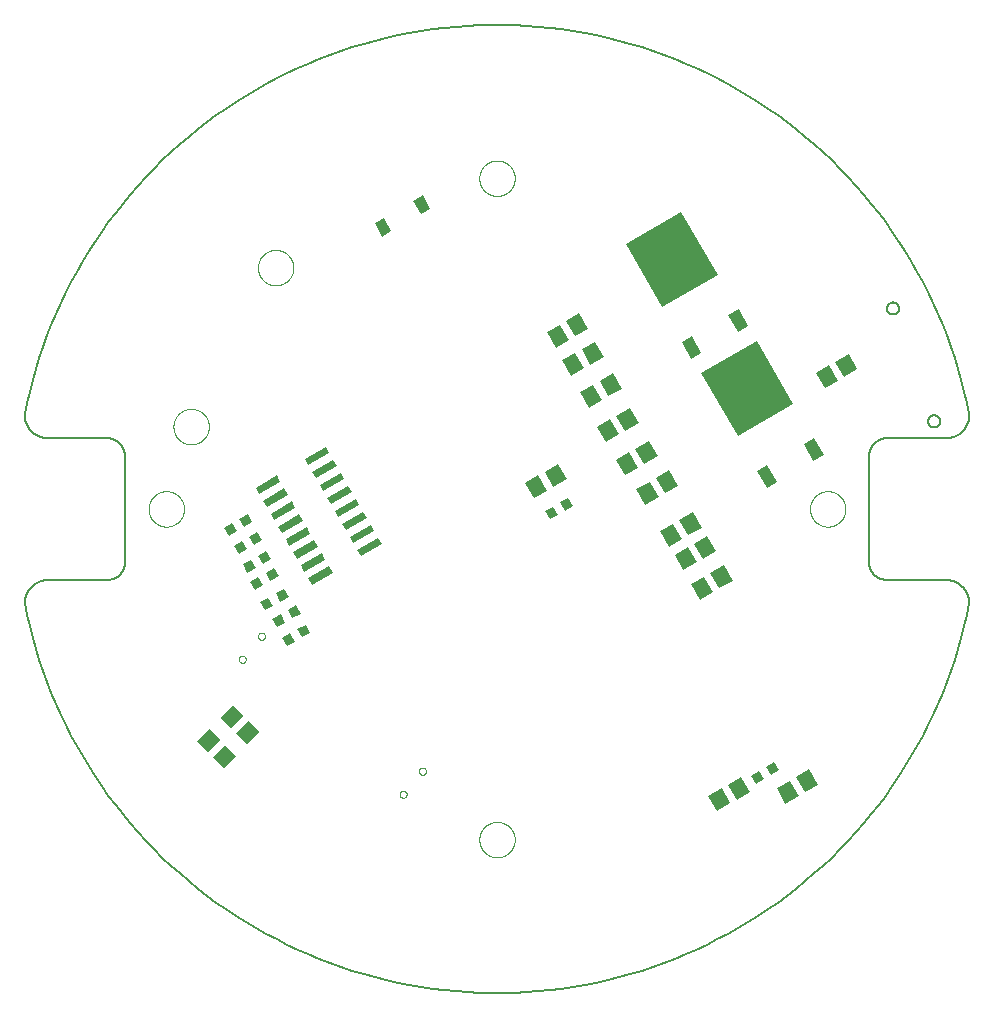
<source format=gtp>
G75*
%MOIN*%
%OFA0B0*%
%FSLAX25Y25*%
%IPPOS*%
%LPD*%
%AMOC8*
5,1,8,0,0,1.08239X$1,22.5*
%
%ADD10C,0.00600*%
%ADD11C,0.00000*%
%ADD12R,0.05118X0.03543*%
%ADD13R,0.03543X0.05118*%
%ADD14R,0.03150X0.03150*%
%ADD15R,0.05118X0.05906*%
%ADD16R,0.21260X0.24409*%
%ADD17R,0.03937X0.06299*%
%ADD18R,0.08100X0.02400*%
%ADD19C,0.00500*%
D10*
X0005820Y0134404D02*
X0005822Y0134594D01*
X0005829Y0134784D01*
X0005841Y0134974D01*
X0005857Y0135164D01*
X0005877Y0135353D01*
X0005903Y0135542D01*
X0005932Y0135730D01*
X0005967Y0135917D01*
X0006006Y0136103D01*
X0006049Y0136288D01*
X0006097Y0136473D01*
X0006149Y0136656D01*
X0006205Y0136837D01*
X0006266Y0137017D01*
X0006332Y0137196D01*
X0006401Y0137373D01*
X0006475Y0137549D01*
X0006553Y0137722D01*
X0006636Y0137894D01*
X0006722Y0138063D01*
X0006812Y0138231D01*
X0006907Y0138396D01*
X0007005Y0138559D01*
X0007108Y0138719D01*
X0007214Y0138877D01*
X0007324Y0139032D01*
X0007437Y0139185D01*
X0007555Y0139335D01*
X0007676Y0139481D01*
X0007800Y0139625D01*
X0007928Y0139766D01*
X0008059Y0139904D01*
X0008194Y0140039D01*
X0008332Y0140170D01*
X0008473Y0140298D01*
X0008617Y0140422D01*
X0008763Y0140543D01*
X0008913Y0140661D01*
X0009066Y0140774D01*
X0009221Y0140884D01*
X0009379Y0140990D01*
X0009539Y0141093D01*
X0009702Y0141191D01*
X0009867Y0141286D01*
X0010035Y0141376D01*
X0010204Y0141462D01*
X0010376Y0141545D01*
X0010549Y0141623D01*
X0010725Y0141697D01*
X0010902Y0141766D01*
X0011081Y0141832D01*
X0011261Y0141893D01*
X0011442Y0141949D01*
X0011625Y0142001D01*
X0011810Y0142049D01*
X0011995Y0142092D01*
X0012181Y0142131D01*
X0012368Y0142166D01*
X0012556Y0142195D01*
X0012745Y0142221D01*
X0012934Y0142241D01*
X0013124Y0142257D01*
X0013314Y0142269D01*
X0013504Y0142276D01*
X0013694Y0142278D01*
X0033379Y0142278D01*
X0033379Y0142277D02*
X0033531Y0142279D01*
X0033683Y0142285D01*
X0033835Y0142295D01*
X0033986Y0142308D01*
X0034137Y0142326D01*
X0034288Y0142347D01*
X0034438Y0142373D01*
X0034587Y0142402D01*
X0034736Y0142435D01*
X0034883Y0142472D01*
X0035030Y0142512D01*
X0035175Y0142557D01*
X0035319Y0142605D01*
X0035462Y0142657D01*
X0035604Y0142712D01*
X0035744Y0142771D01*
X0035883Y0142834D01*
X0036020Y0142900D01*
X0036155Y0142970D01*
X0036288Y0143043D01*
X0036419Y0143120D01*
X0036549Y0143200D01*
X0036676Y0143283D01*
X0036801Y0143369D01*
X0036924Y0143459D01*
X0037044Y0143552D01*
X0037162Y0143648D01*
X0037278Y0143747D01*
X0037391Y0143849D01*
X0037501Y0143953D01*
X0037609Y0144061D01*
X0037713Y0144171D01*
X0037815Y0144284D01*
X0037914Y0144400D01*
X0038010Y0144518D01*
X0038103Y0144638D01*
X0038193Y0144761D01*
X0038279Y0144886D01*
X0038362Y0145013D01*
X0038442Y0145143D01*
X0038519Y0145274D01*
X0038592Y0145407D01*
X0038662Y0145542D01*
X0038728Y0145679D01*
X0038791Y0145818D01*
X0038850Y0145958D01*
X0038905Y0146100D01*
X0038957Y0146243D01*
X0039005Y0146387D01*
X0039050Y0146532D01*
X0039090Y0146679D01*
X0039127Y0146826D01*
X0039160Y0146975D01*
X0039189Y0147124D01*
X0039215Y0147274D01*
X0039236Y0147425D01*
X0039254Y0147576D01*
X0039267Y0147727D01*
X0039277Y0147879D01*
X0039283Y0148031D01*
X0039285Y0148183D01*
X0039284Y0148183D02*
X0039284Y0183617D01*
X0039285Y0183617D02*
X0039283Y0183769D01*
X0039277Y0183921D01*
X0039267Y0184073D01*
X0039254Y0184224D01*
X0039236Y0184375D01*
X0039215Y0184526D01*
X0039189Y0184676D01*
X0039160Y0184825D01*
X0039127Y0184974D01*
X0039090Y0185121D01*
X0039050Y0185268D01*
X0039005Y0185413D01*
X0038957Y0185557D01*
X0038905Y0185700D01*
X0038850Y0185842D01*
X0038791Y0185982D01*
X0038728Y0186121D01*
X0038662Y0186258D01*
X0038592Y0186393D01*
X0038519Y0186526D01*
X0038442Y0186657D01*
X0038362Y0186787D01*
X0038279Y0186914D01*
X0038193Y0187039D01*
X0038103Y0187162D01*
X0038010Y0187282D01*
X0037914Y0187400D01*
X0037815Y0187516D01*
X0037713Y0187629D01*
X0037609Y0187739D01*
X0037501Y0187847D01*
X0037391Y0187951D01*
X0037278Y0188053D01*
X0037162Y0188152D01*
X0037044Y0188248D01*
X0036924Y0188341D01*
X0036801Y0188431D01*
X0036676Y0188517D01*
X0036549Y0188600D01*
X0036419Y0188680D01*
X0036288Y0188757D01*
X0036155Y0188830D01*
X0036020Y0188900D01*
X0035883Y0188966D01*
X0035744Y0189029D01*
X0035604Y0189088D01*
X0035462Y0189143D01*
X0035319Y0189195D01*
X0035175Y0189243D01*
X0035030Y0189288D01*
X0034883Y0189328D01*
X0034736Y0189365D01*
X0034587Y0189398D01*
X0034438Y0189427D01*
X0034288Y0189453D01*
X0034137Y0189474D01*
X0033986Y0189492D01*
X0033835Y0189505D01*
X0033683Y0189515D01*
X0033531Y0189521D01*
X0033379Y0189523D01*
X0033379Y0189522D02*
X0013694Y0189522D01*
X0013504Y0189524D01*
X0013314Y0189531D01*
X0013124Y0189543D01*
X0012934Y0189559D01*
X0012745Y0189579D01*
X0012556Y0189605D01*
X0012368Y0189634D01*
X0012181Y0189669D01*
X0011995Y0189708D01*
X0011810Y0189751D01*
X0011625Y0189799D01*
X0011442Y0189851D01*
X0011261Y0189907D01*
X0011081Y0189968D01*
X0010902Y0190034D01*
X0010725Y0190103D01*
X0010549Y0190177D01*
X0010376Y0190255D01*
X0010204Y0190338D01*
X0010035Y0190424D01*
X0009867Y0190514D01*
X0009702Y0190609D01*
X0009539Y0190707D01*
X0009379Y0190810D01*
X0009221Y0190916D01*
X0009066Y0191026D01*
X0008913Y0191139D01*
X0008763Y0191257D01*
X0008617Y0191378D01*
X0008473Y0191502D01*
X0008332Y0191630D01*
X0008194Y0191761D01*
X0008059Y0191896D01*
X0007928Y0192034D01*
X0007800Y0192175D01*
X0007676Y0192319D01*
X0007555Y0192465D01*
X0007437Y0192615D01*
X0007324Y0192768D01*
X0007214Y0192923D01*
X0007108Y0193081D01*
X0007005Y0193241D01*
X0006907Y0193404D01*
X0006812Y0193569D01*
X0006722Y0193737D01*
X0006636Y0193906D01*
X0006553Y0194078D01*
X0006475Y0194251D01*
X0006401Y0194427D01*
X0006332Y0194604D01*
X0006266Y0194783D01*
X0006205Y0194963D01*
X0006149Y0195144D01*
X0006097Y0195327D01*
X0006049Y0195512D01*
X0006006Y0195697D01*
X0005967Y0195883D01*
X0005932Y0196070D01*
X0005903Y0196258D01*
X0005877Y0196447D01*
X0005857Y0196636D01*
X0005841Y0196826D01*
X0005829Y0197016D01*
X0005822Y0197206D01*
X0005820Y0197396D01*
X0006613Y0201230D01*
X0007501Y0205043D01*
X0008480Y0208833D01*
X0009553Y0212598D01*
X0010716Y0216336D01*
X0011971Y0220045D01*
X0013315Y0223722D01*
X0014749Y0227365D01*
X0016272Y0230971D01*
X0017882Y0234540D01*
X0019579Y0238068D01*
X0021361Y0241554D01*
X0023227Y0244995D01*
X0025178Y0248390D01*
X0027210Y0251736D01*
X0029323Y0255031D01*
X0031517Y0258274D01*
X0033788Y0261463D01*
X0036137Y0264595D01*
X0038562Y0267669D01*
X0041061Y0270682D01*
X0043632Y0273634D01*
X0046275Y0276522D01*
X0048988Y0279345D01*
X0051768Y0282101D01*
X0054615Y0284788D01*
X0057527Y0287405D01*
X0060502Y0289950D01*
X0063538Y0292422D01*
X0066633Y0294819D01*
X0069786Y0297140D01*
X0072995Y0299383D01*
X0076257Y0301547D01*
X0079572Y0303631D01*
X0082936Y0305633D01*
X0086348Y0307553D01*
X0089806Y0309388D01*
X0093307Y0311139D01*
X0096851Y0312804D01*
X0100433Y0314382D01*
X0104054Y0315872D01*
X0107709Y0317274D01*
X0111398Y0318585D01*
X0115117Y0319807D01*
X0118866Y0320937D01*
X0122640Y0321975D01*
X0126439Y0322921D01*
X0130260Y0323774D01*
X0134101Y0324533D01*
X0137959Y0325199D01*
X0141832Y0325770D01*
X0145718Y0326247D01*
X0149614Y0326628D01*
X0153518Y0326915D01*
X0157429Y0327106D01*
X0161343Y0327201D01*
X0165257Y0327201D01*
X0169171Y0327106D01*
X0173082Y0326915D01*
X0176986Y0326628D01*
X0180882Y0326247D01*
X0184768Y0325770D01*
X0188641Y0325199D01*
X0192499Y0324533D01*
X0196340Y0323774D01*
X0200161Y0322921D01*
X0203960Y0321975D01*
X0207734Y0320937D01*
X0211483Y0319807D01*
X0215202Y0318585D01*
X0218891Y0317274D01*
X0222546Y0315872D01*
X0226167Y0314382D01*
X0229749Y0312804D01*
X0233293Y0311139D01*
X0236794Y0309388D01*
X0240252Y0307553D01*
X0243664Y0305633D01*
X0247028Y0303631D01*
X0250343Y0301547D01*
X0253605Y0299383D01*
X0256814Y0297140D01*
X0259967Y0294819D01*
X0263062Y0292422D01*
X0266098Y0289950D01*
X0269073Y0287405D01*
X0271985Y0284788D01*
X0274832Y0282101D01*
X0277612Y0279345D01*
X0280325Y0276522D01*
X0282968Y0273634D01*
X0285539Y0270682D01*
X0288038Y0267669D01*
X0290463Y0264595D01*
X0292812Y0261463D01*
X0295083Y0258274D01*
X0297277Y0255031D01*
X0299390Y0251736D01*
X0301422Y0248390D01*
X0303373Y0244995D01*
X0305239Y0241554D01*
X0307021Y0238068D01*
X0308718Y0234540D01*
X0310328Y0230971D01*
X0311851Y0227365D01*
X0313285Y0223722D01*
X0314629Y0220045D01*
X0315884Y0216336D01*
X0317047Y0212598D01*
X0318120Y0208833D01*
X0319099Y0205043D01*
X0319987Y0201230D01*
X0320780Y0197396D01*
X0320778Y0197206D01*
X0320771Y0197016D01*
X0320759Y0196826D01*
X0320743Y0196636D01*
X0320723Y0196447D01*
X0320697Y0196258D01*
X0320668Y0196070D01*
X0320633Y0195883D01*
X0320594Y0195697D01*
X0320551Y0195512D01*
X0320503Y0195327D01*
X0320451Y0195144D01*
X0320395Y0194963D01*
X0320334Y0194783D01*
X0320268Y0194604D01*
X0320199Y0194427D01*
X0320125Y0194251D01*
X0320047Y0194078D01*
X0319964Y0193906D01*
X0319878Y0193737D01*
X0319788Y0193569D01*
X0319693Y0193404D01*
X0319595Y0193241D01*
X0319492Y0193081D01*
X0319386Y0192923D01*
X0319276Y0192768D01*
X0319163Y0192615D01*
X0319045Y0192465D01*
X0318924Y0192319D01*
X0318800Y0192175D01*
X0318672Y0192034D01*
X0318541Y0191896D01*
X0318406Y0191761D01*
X0318268Y0191630D01*
X0318127Y0191502D01*
X0317983Y0191378D01*
X0317837Y0191257D01*
X0317687Y0191139D01*
X0317534Y0191026D01*
X0317379Y0190916D01*
X0317221Y0190810D01*
X0317061Y0190707D01*
X0316898Y0190609D01*
X0316733Y0190514D01*
X0316565Y0190424D01*
X0316396Y0190338D01*
X0316224Y0190255D01*
X0316051Y0190177D01*
X0315875Y0190103D01*
X0315698Y0190034D01*
X0315519Y0189968D01*
X0315339Y0189907D01*
X0315158Y0189851D01*
X0314975Y0189799D01*
X0314790Y0189751D01*
X0314605Y0189708D01*
X0314419Y0189669D01*
X0314232Y0189634D01*
X0314044Y0189605D01*
X0313855Y0189579D01*
X0313666Y0189559D01*
X0313476Y0189543D01*
X0313286Y0189531D01*
X0313096Y0189524D01*
X0312906Y0189522D01*
X0293221Y0189522D01*
X0293221Y0189523D02*
X0293069Y0189521D01*
X0292917Y0189515D01*
X0292765Y0189505D01*
X0292614Y0189492D01*
X0292463Y0189474D01*
X0292312Y0189453D01*
X0292162Y0189427D01*
X0292013Y0189398D01*
X0291864Y0189365D01*
X0291717Y0189328D01*
X0291570Y0189288D01*
X0291425Y0189243D01*
X0291281Y0189195D01*
X0291138Y0189143D01*
X0290996Y0189088D01*
X0290856Y0189029D01*
X0290717Y0188966D01*
X0290580Y0188900D01*
X0290445Y0188830D01*
X0290312Y0188757D01*
X0290181Y0188680D01*
X0290051Y0188600D01*
X0289924Y0188517D01*
X0289799Y0188431D01*
X0289676Y0188341D01*
X0289556Y0188248D01*
X0289438Y0188152D01*
X0289322Y0188053D01*
X0289209Y0187951D01*
X0289099Y0187847D01*
X0288991Y0187739D01*
X0288887Y0187629D01*
X0288785Y0187516D01*
X0288686Y0187400D01*
X0288590Y0187282D01*
X0288497Y0187162D01*
X0288407Y0187039D01*
X0288321Y0186914D01*
X0288238Y0186787D01*
X0288158Y0186657D01*
X0288081Y0186526D01*
X0288008Y0186393D01*
X0287938Y0186258D01*
X0287872Y0186121D01*
X0287809Y0185982D01*
X0287750Y0185842D01*
X0287695Y0185700D01*
X0287643Y0185557D01*
X0287595Y0185413D01*
X0287550Y0185268D01*
X0287510Y0185121D01*
X0287473Y0184974D01*
X0287440Y0184825D01*
X0287411Y0184676D01*
X0287385Y0184526D01*
X0287364Y0184375D01*
X0287346Y0184224D01*
X0287333Y0184073D01*
X0287323Y0183921D01*
X0287317Y0183769D01*
X0287315Y0183617D01*
X0287316Y0183617D02*
X0287316Y0148183D01*
X0287315Y0148183D02*
X0287317Y0148031D01*
X0287323Y0147879D01*
X0287333Y0147727D01*
X0287346Y0147576D01*
X0287364Y0147425D01*
X0287385Y0147274D01*
X0287411Y0147124D01*
X0287440Y0146975D01*
X0287473Y0146826D01*
X0287510Y0146679D01*
X0287550Y0146532D01*
X0287595Y0146387D01*
X0287643Y0146243D01*
X0287695Y0146100D01*
X0287750Y0145958D01*
X0287809Y0145818D01*
X0287872Y0145679D01*
X0287938Y0145542D01*
X0288008Y0145407D01*
X0288081Y0145274D01*
X0288158Y0145143D01*
X0288238Y0145013D01*
X0288321Y0144886D01*
X0288407Y0144761D01*
X0288497Y0144638D01*
X0288590Y0144518D01*
X0288686Y0144400D01*
X0288785Y0144284D01*
X0288887Y0144171D01*
X0288991Y0144061D01*
X0289099Y0143953D01*
X0289209Y0143849D01*
X0289322Y0143747D01*
X0289438Y0143648D01*
X0289556Y0143552D01*
X0289676Y0143459D01*
X0289799Y0143369D01*
X0289924Y0143283D01*
X0290051Y0143200D01*
X0290181Y0143120D01*
X0290312Y0143043D01*
X0290445Y0142970D01*
X0290580Y0142900D01*
X0290717Y0142834D01*
X0290856Y0142771D01*
X0290996Y0142712D01*
X0291138Y0142657D01*
X0291281Y0142605D01*
X0291425Y0142557D01*
X0291570Y0142512D01*
X0291717Y0142472D01*
X0291864Y0142435D01*
X0292013Y0142402D01*
X0292162Y0142373D01*
X0292312Y0142347D01*
X0292463Y0142326D01*
X0292614Y0142308D01*
X0292765Y0142295D01*
X0292917Y0142285D01*
X0293069Y0142279D01*
X0293221Y0142277D01*
X0293221Y0142278D02*
X0312906Y0142278D01*
X0313096Y0142276D01*
X0313286Y0142269D01*
X0313476Y0142257D01*
X0313666Y0142241D01*
X0313855Y0142221D01*
X0314044Y0142195D01*
X0314232Y0142166D01*
X0314419Y0142131D01*
X0314605Y0142092D01*
X0314790Y0142049D01*
X0314975Y0142001D01*
X0315158Y0141949D01*
X0315339Y0141893D01*
X0315519Y0141832D01*
X0315698Y0141766D01*
X0315875Y0141697D01*
X0316051Y0141623D01*
X0316224Y0141545D01*
X0316396Y0141462D01*
X0316565Y0141376D01*
X0316733Y0141286D01*
X0316898Y0141191D01*
X0317061Y0141093D01*
X0317221Y0140990D01*
X0317379Y0140884D01*
X0317534Y0140774D01*
X0317687Y0140661D01*
X0317837Y0140543D01*
X0317983Y0140422D01*
X0318127Y0140298D01*
X0318268Y0140170D01*
X0318406Y0140039D01*
X0318541Y0139904D01*
X0318672Y0139766D01*
X0318800Y0139625D01*
X0318924Y0139481D01*
X0319045Y0139335D01*
X0319163Y0139185D01*
X0319276Y0139032D01*
X0319386Y0138877D01*
X0319492Y0138719D01*
X0319595Y0138559D01*
X0319693Y0138396D01*
X0319788Y0138231D01*
X0319878Y0138063D01*
X0319964Y0137894D01*
X0320047Y0137722D01*
X0320125Y0137549D01*
X0320199Y0137373D01*
X0320268Y0137196D01*
X0320334Y0137017D01*
X0320395Y0136837D01*
X0320451Y0136656D01*
X0320503Y0136473D01*
X0320551Y0136288D01*
X0320594Y0136103D01*
X0320633Y0135917D01*
X0320668Y0135730D01*
X0320697Y0135542D01*
X0320723Y0135353D01*
X0320743Y0135164D01*
X0320759Y0134974D01*
X0320771Y0134784D01*
X0320778Y0134594D01*
X0320780Y0134404D01*
X0319987Y0130570D01*
X0319099Y0126757D01*
X0318120Y0122967D01*
X0317047Y0119202D01*
X0315884Y0115464D01*
X0314629Y0111755D01*
X0313285Y0108078D01*
X0311851Y0104435D01*
X0310328Y0100829D01*
X0308718Y0097260D01*
X0307021Y0093732D01*
X0305239Y0090246D01*
X0303373Y0086805D01*
X0301422Y0083410D01*
X0299390Y0080064D01*
X0297277Y0076769D01*
X0295083Y0073526D01*
X0292812Y0070337D01*
X0290463Y0067205D01*
X0288038Y0064131D01*
X0285539Y0061118D01*
X0282968Y0058166D01*
X0280325Y0055278D01*
X0277612Y0052455D01*
X0274832Y0049699D01*
X0271985Y0047012D01*
X0269073Y0044395D01*
X0266098Y0041850D01*
X0263062Y0039378D01*
X0259967Y0036981D01*
X0256814Y0034660D01*
X0253605Y0032417D01*
X0250343Y0030253D01*
X0247028Y0028169D01*
X0243664Y0026167D01*
X0240252Y0024247D01*
X0236794Y0022412D01*
X0233293Y0020661D01*
X0229749Y0018996D01*
X0226167Y0017418D01*
X0222546Y0015928D01*
X0218891Y0014526D01*
X0215202Y0013215D01*
X0211483Y0011993D01*
X0207734Y0010863D01*
X0203960Y0009825D01*
X0200161Y0008879D01*
X0196340Y0008026D01*
X0192499Y0007267D01*
X0188641Y0006601D01*
X0184768Y0006030D01*
X0180882Y0005553D01*
X0176986Y0005172D01*
X0173082Y0004885D01*
X0169171Y0004694D01*
X0165257Y0004599D01*
X0161343Y0004599D01*
X0157429Y0004694D01*
X0153518Y0004885D01*
X0149614Y0005172D01*
X0145718Y0005553D01*
X0141832Y0006030D01*
X0137959Y0006601D01*
X0134101Y0007267D01*
X0130260Y0008026D01*
X0126439Y0008879D01*
X0122640Y0009825D01*
X0118866Y0010863D01*
X0115117Y0011993D01*
X0111398Y0013215D01*
X0107709Y0014526D01*
X0104054Y0015928D01*
X0100433Y0017418D01*
X0096851Y0018996D01*
X0093307Y0020661D01*
X0089806Y0022412D01*
X0086348Y0024247D01*
X0082936Y0026167D01*
X0079572Y0028169D01*
X0076257Y0030253D01*
X0072995Y0032417D01*
X0069786Y0034660D01*
X0066633Y0036981D01*
X0063538Y0039378D01*
X0060502Y0041850D01*
X0057527Y0044395D01*
X0054615Y0047012D01*
X0051768Y0049699D01*
X0048988Y0052455D01*
X0046275Y0055278D01*
X0043632Y0058166D01*
X0041061Y0061118D01*
X0038562Y0064131D01*
X0036137Y0067205D01*
X0033788Y0070337D01*
X0031517Y0073526D01*
X0029323Y0076769D01*
X0027210Y0080064D01*
X0025178Y0083410D01*
X0023227Y0086805D01*
X0021361Y0090246D01*
X0019579Y0093732D01*
X0017882Y0097260D01*
X0016272Y0100829D01*
X0014749Y0104435D01*
X0013315Y0108078D01*
X0011971Y0111755D01*
X0010716Y0115464D01*
X0009553Y0119202D01*
X0008480Y0122967D01*
X0007501Y0126757D01*
X0006613Y0130570D01*
X0005820Y0134404D01*
D11*
X0047158Y0165900D02*
X0047160Y0166053D01*
X0047166Y0166207D01*
X0047176Y0166360D01*
X0047190Y0166512D01*
X0047208Y0166665D01*
X0047230Y0166816D01*
X0047255Y0166967D01*
X0047285Y0167118D01*
X0047319Y0167268D01*
X0047356Y0167416D01*
X0047397Y0167564D01*
X0047442Y0167710D01*
X0047491Y0167856D01*
X0047544Y0168000D01*
X0047600Y0168142D01*
X0047660Y0168283D01*
X0047724Y0168423D01*
X0047791Y0168561D01*
X0047862Y0168697D01*
X0047937Y0168831D01*
X0048014Y0168963D01*
X0048096Y0169093D01*
X0048180Y0169221D01*
X0048268Y0169347D01*
X0048359Y0169470D01*
X0048453Y0169591D01*
X0048551Y0169709D01*
X0048651Y0169825D01*
X0048755Y0169938D01*
X0048861Y0170049D01*
X0048970Y0170157D01*
X0049082Y0170262D01*
X0049196Y0170363D01*
X0049314Y0170462D01*
X0049433Y0170558D01*
X0049555Y0170651D01*
X0049680Y0170740D01*
X0049807Y0170827D01*
X0049936Y0170909D01*
X0050067Y0170989D01*
X0050200Y0171065D01*
X0050335Y0171138D01*
X0050472Y0171207D01*
X0050611Y0171272D01*
X0050751Y0171334D01*
X0050893Y0171392D01*
X0051036Y0171447D01*
X0051181Y0171498D01*
X0051327Y0171545D01*
X0051474Y0171588D01*
X0051622Y0171627D01*
X0051771Y0171663D01*
X0051921Y0171694D01*
X0052072Y0171722D01*
X0052223Y0171746D01*
X0052376Y0171766D01*
X0052528Y0171782D01*
X0052681Y0171794D01*
X0052834Y0171802D01*
X0052987Y0171806D01*
X0053141Y0171806D01*
X0053294Y0171802D01*
X0053447Y0171794D01*
X0053600Y0171782D01*
X0053752Y0171766D01*
X0053905Y0171746D01*
X0054056Y0171722D01*
X0054207Y0171694D01*
X0054357Y0171663D01*
X0054506Y0171627D01*
X0054654Y0171588D01*
X0054801Y0171545D01*
X0054947Y0171498D01*
X0055092Y0171447D01*
X0055235Y0171392D01*
X0055377Y0171334D01*
X0055517Y0171272D01*
X0055656Y0171207D01*
X0055793Y0171138D01*
X0055928Y0171065D01*
X0056061Y0170989D01*
X0056192Y0170909D01*
X0056321Y0170827D01*
X0056448Y0170740D01*
X0056573Y0170651D01*
X0056695Y0170558D01*
X0056814Y0170462D01*
X0056932Y0170363D01*
X0057046Y0170262D01*
X0057158Y0170157D01*
X0057267Y0170049D01*
X0057373Y0169938D01*
X0057477Y0169825D01*
X0057577Y0169709D01*
X0057675Y0169591D01*
X0057769Y0169470D01*
X0057860Y0169347D01*
X0057948Y0169221D01*
X0058032Y0169093D01*
X0058114Y0168963D01*
X0058191Y0168831D01*
X0058266Y0168697D01*
X0058337Y0168561D01*
X0058404Y0168423D01*
X0058468Y0168283D01*
X0058528Y0168142D01*
X0058584Y0168000D01*
X0058637Y0167856D01*
X0058686Y0167710D01*
X0058731Y0167564D01*
X0058772Y0167416D01*
X0058809Y0167268D01*
X0058843Y0167118D01*
X0058873Y0166967D01*
X0058898Y0166816D01*
X0058920Y0166665D01*
X0058938Y0166512D01*
X0058952Y0166360D01*
X0058962Y0166207D01*
X0058968Y0166053D01*
X0058970Y0165900D01*
X0058968Y0165747D01*
X0058962Y0165593D01*
X0058952Y0165440D01*
X0058938Y0165288D01*
X0058920Y0165135D01*
X0058898Y0164984D01*
X0058873Y0164833D01*
X0058843Y0164682D01*
X0058809Y0164532D01*
X0058772Y0164384D01*
X0058731Y0164236D01*
X0058686Y0164090D01*
X0058637Y0163944D01*
X0058584Y0163800D01*
X0058528Y0163658D01*
X0058468Y0163517D01*
X0058404Y0163377D01*
X0058337Y0163239D01*
X0058266Y0163103D01*
X0058191Y0162969D01*
X0058114Y0162837D01*
X0058032Y0162707D01*
X0057948Y0162579D01*
X0057860Y0162453D01*
X0057769Y0162330D01*
X0057675Y0162209D01*
X0057577Y0162091D01*
X0057477Y0161975D01*
X0057373Y0161862D01*
X0057267Y0161751D01*
X0057158Y0161643D01*
X0057046Y0161538D01*
X0056932Y0161437D01*
X0056814Y0161338D01*
X0056695Y0161242D01*
X0056573Y0161149D01*
X0056448Y0161060D01*
X0056321Y0160973D01*
X0056192Y0160891D01*
X0056061Y0160811D01*
X0055928Y0160735D01*
X0055793Y0160662D01*
X0055656Y0160593D01*
X0055517Y0160528D01*
X0055377Y0160466D01*
X0055235Y0160408D01*
X0055092Y0160353D01*
X0054947Y0160302D01*
X0054801Y0160255D01*
X0054654Y0160212D01*
X0054506Y0160173D01*
X0054357Y0160137D01*
X0054207Y0160106D01*
X0054056Y0160078D01*
X0053905Y0160054D01*
X0053752Y0160034D01*
X0053600Y0160018D01*
X0053447Y0160006D01*
X0053294Y0159998D01*
X0053141Y0159994D01*
X0052987Y0159994D01*
X0052834Y0159998D01*
X0052681Y0160006D01*
X0052528Y0160018D01*
X0052376Y0160034D01*
X0052223Y0160054D01*
X0052072Y0160078D01*
X0051921Y0160106D01*
X0051771Y0160137D01*
X0051622Y0160173D01*
X0051474Y0160212D01*
X0051327Y0160255D01*
X0051181Y0160302D01*
X0051036Y0160353D01*
X0050893Y0160408D01*
X0050751Y0160466D01*
X0050611Y0160528D01*
X0050472Y0160593D01*
X0050335Y0160662D01*
X0050200Y0160735D01*
X0050067Y0160811D01*
X0049936Y0160891D01*
X0049807Y0160973D01*
X0049680Y0161060D01*
X0049555Y0161149D01*
X0049433Y0161242D01*
X0049314Y0161338D01*
X0049196Y0161437D01*
X0049082Y0161538D01*
X0048970Y0161643D01*
X0048861Y0161751D01*
X0048755Y0161862D01*
X0048651Y0161975D01*
X0048551Y0162091D01*
X0048453Y0162209D01*
X0048359Y0162330D01*
X0048268Y0162453D01*
X0048180Y0162579D01*
X0048096Y0162707D01*
X0048014Y0162837D01*
X0047937Y0162969D01*
X0047862Y0163103D01*
X0047791Y0163239D01*
X0047724Y0163377D01*
X0047660Y0163517D01*
X0047600Y0163658D01*
X0047544Y0163800D01*
X0047491Y0163944D01*
X0047442Y0164090D01*
X0047397Y0164236D01*
X0047356Y0164384D01*
X0047319Y0164532D01*
X0047285Y0164682D01*
X0047255Y0164833D01*
X0047230Y0164984D01*
X0047208Y0165135D01*
X0047190Y0165288D01*
X0047176Y0165440D01*
X0047166Y0165593D01*
X0047160Y0165747D01*
X0047158Y0165900D01*
X0055434Y0193355D02*
X0055436Y0193508D01*
X0055442Y0193662D01*
X0055452Y0193815D01*
X0055466Y0193967D01*
X0055484Y0194120D01*
X0055506Y0194271D01*
X0055531Y0194422D01*
X0055561Y0194573D01*
X0055595Y0194723D01*
X0055632Y0194871D01*
X0055673Y0195019D01*
X0055718Y0195165D01*
X0055767Y0195311D01*
X0055820Y0195455D01*
X0055876Y0195597D01*
X0055936Y0195738D01*
X0056000Y0195878D01*
X0056067Y0196016D01*
X0056138Y0196152D01*
X0056213Y0196286D01*
X0056290Y0196418D01*
X0056372Y0196548D01*
X0056456Y0196676D01*
X0056544Y0196802D01*
X0056635Y0196925D01*
X0056729Y0197046D01*
X0056827Y0197164D01*
X0056927Y0197280D01*
X0057031Y0197393D01*
X0057137Y0197504D01*
X0057246Y0197612D01*
X0057358Y0197717D01*
X0057472Y0197818D01*
X0057590Y0197917D01*
X0057709Y0198013D01*
X0057831Y0198106D01*
X0057956Y0198195D01*
X0058083Y0198282D01*
X0058212Y0198364D01*
X0058343Y0198444D01*
X0058476Y0198520D01*
X0058611Y0198593D01*
X0058748Y0198662D01*
X0058887Y0198727D01*
X0059027Y0198789D01*
X0059169Y0198847D01*
X0059312Y0198902D01*
X0059457Y0198953D01*
X0059603Y0199000D01*
X0059750Y0199043D01*
X0059898Y0199082D01*
X0060047Y0199118D01*
X0060197Y0199149D01*
X0060348Y0199177D01*
X0060499Y0199201D01*
X0060652Y0199221D01*
X0060804Y0199237D01*
X0060957Y0199249D01*
X0061110Y0199257D01*
X0061263Y0199261D01*
X0061417Y0199261D01*
X0061570Y0199257D01*
X0061723Y0199249D01*
X0061876Y0199237D01*
X0062028Y0199221D01*
X0062181Y0199201D01*
X0062332Y0199177D01*
X0062483Y0199149D01*
X0062633Y0199118D01*
X0062782Y0199082D01*
X0062930Y0199043D01*
X0063077Y0199000D01*
X0063223Y0198953D01*
X0063368Y0198902D01*
X0063511Y0198847D01*
X0063653Y0198789D01*
X0063793Y0198727D01*
X0063932Y0198662D01*
X0064069Y0198593D01*
X0064204Y0198520D01*
X0064337Y0198444D01*
X0064468Y0198364D01*
X0064597Y0198282D01*
X0064724Y0198195D01*
X0064849Y0198106D01*
X0064971Y0198013D01*
X0065090Y0197917D01*
X0065208Y0197818D01*
X0065322Y0197717D01*
X0065434Y0197612D01*
X0065543Y0197504D01*
X0065649Y0197393D01*
X0065753Y0197280D01*
X0065853Y0197164D01*
X0065951Y0197046D01*
X0066045Y0196925D01*
X0066136Y0196802D01*
X0066224Y0196676D01*
X0066308Y0196548D01*
X0066390Y0196418D01*
X0066467Y0196286D01*
X0066542Y0196152D01*
X0066613Y0196016D01*
X0066680Y0195878D01*
X0066744Y0195738D01*
X0066804Y0195597D01*
X0066860Y0195455D01*
X0066913Y0195311D01*
X0066962Y0195165D01*
X0067007Y0195019D01*
X0067048Y0194871D01*
X0067085Y0194723D01*
X0067119Y0194573D01*
X0067149Y0194422D01*
X0067174Y0194271D01*
X0067196Y0194120D01*
X0067214Y0193967D01*
X0067228Y0193815D01*
X0067238Y0193662D01*
X0067244Y0193508D01*
X0067246Y0193355D01*
X0067244Y0193202D01*
X0067238Y0193048D01*
X0067228Y0192895D01*
X0067214Y0192743D01*
X0067196Y0192590D01*
X0067174Y0192439D01*
X0067149Y0192288D01*
X0067119Y0192137D01*
X0067085Y0191987D01*
X0067048Y0191839D01*
X0067007Y0191691D01*
X0066962Y0191545D01*
X0066913Y0191399D01*
X0066860Y0191255D01*
X0066804Y0191113D01*
X0066744Y0190972D01*
X0066680Y0190832D01*
X0066613Y0190694D01*
X0066542Y0190558D01*
X0066467Y0190424D01*
X0066390Y0190292D01*
X0066308Y0190162D01*
X0066224Y0190034D01*
X0066136Y0189908D01*
X0066045Y0189785D01*
X0065951Y0189664D01*
X0065853Y0189546D01*
X0065753Y0189430D01*
X0065649Y0189317D01*
X0065543Y0189206D01*
X0065434Y0189098D01*
X0065322Y0188993D01*
X0065208Y0188892D01*
X0065090Y0188793D01*
X0064971Y0188697D01*
X0064849Y0188604D01*
X0064724Y0188515D01*
X0064597Y0188428D01*
X0064468Y0188346D01*
X0064337Y0188266D01*
X0064204Y0188190D01*
X0064069Y0188117D01*
X0063932Y0188048D01*
X0063793Y0187983D01*
X0063653Y0187921D01*
X0063511Y0187863D01*
X0063368Y0187808D01*
X0063223Y0187757D01*
X0063077Y0187710D01*
X0062930Y0187667D01*
X0062782Y0187628D01*
X0062633Y0187592D01*
X0062483Y0187561D01*
X0062332Y0187533D01*
X0062181Y0187509D01*
X0062028Y0187489D01*
X0061876Y0187473D01*
X0061723Y0187461D01*
X0061570Y0187453D01*
X0061417Y0187449D01*
X0061263Y0187449D01*
X0061110Y0187453D01*
X0060957Y0187461D01*
X0060804Y0187473D01*
X0060652Y0187489D01*
X0060499Y0187509D01*
X0060348Y0187533D01*
X0060197Y0187561D01*
X0060047Y0187592D01*
X0059898Y0187628D01*
X0059750Y0187667D01*
X0059603Y0187710D01*
X0059457Y0187757D01*
X0059312Y0187808D01*
X0059169Y0187863D01*
X0059027Y0187921D01*
X0058887Y0187983D01*
X0058748Y0188048D01*
X0058611Y0188117D01*
X0058476Y0188190D01*
X0058343Y0188266D01*
X0058212Y0188346D01*
X0058083Y0188428D01*
X0057956Y0188515D01*
X0057831Y0188604D01*
X0057709Y0188697D01*
X0057590Y0188793D01*
X0057472Y0188892D01*
X0057358Y0188993D01*
X0057246Y0189098D01*
X0057137Y0189206D01*
X0057031Y0189317D01*
X0056927Y0189430D01*
X0056827Y0189546D01*
X0056729Y0189664D01*
X0056635Y0189785D01*
X0056544Y0189908D01*
X0056456Y0190034D01*
X0056372Y0190162D01*
X0056290Y0190292D01*
X0056213Y0190424D01*
X0056138Y0190558D01*
X0056067Y0190694D01*
X0056000Y0190832D01*
X0055936Y0190972D01*
X0055876Y0191113D01*
X0055820Y0191255D01*
X0055767Y0191399D01*
X0055718Y0191545D01*
X0055673Y0191691D01*
X0055632Y0191839D01*
X0055595Y0191987D01*
X0055561Y0192137D01*
X0055531Y0192288D01*
X0055506Y0192439D01*
X0055484Y0192590D01*
X0055466Y0192743D01*
X0055452Y0192895D01*
X0055442Y0193048D01*
X0055436Y0193202D01*
X0055434Y0193355D01*
X0083602Y0246332D02*
X0083604Y0246485D01*
X0083610Y0246639D01*
X0083620Y0246792D01*
X0083634Y0246944D01*
X0083652Y0247097D01*
X0083674Y0247248D01*
X0083699Y0247399D01*
X0083729Y0247550D01*
X0083763Y0247700D01*
X0083800Y0247848D01*
X0083841Y0247996D01*
X0083886Y0248142D01*
X0083935Y0248288D01*
X0083988Y0248432D01*
X0084044Y0248574D01*
X0084104Y0248715D01*
X0084168Y0248855D01*
X0084235Y0248993D01*
X0084306Y0249129D01*
X0084381Y0249263D01*
X0084458Y0249395D01*
X0084540Y0249525D01*
X0084624Y0249653D01*
X0084712Y0249779D01*
X0084803Y0249902D01*
X0084897Y0250023D01*
X0084995Y0250141D01*
X0085095Y0250257D01*
X0085199Y0250370D01*
X0085305Y0250481D01*
X0085414Y0250589D01*
X0085526Y0250694D01*
X0085640Y0250795D01*
X0085758Y0250894D01*
X0085877Y0250990D01*
X0085999Y0251083D01*
X0086124Y0251172D01*
X0086251Y0251259D01*
X0086380Y0251341D01*
X0086511Y0251421D01*
X0086644Y0251497D01*
X0086779Y0251570D01*
X0086916Y0251639D01*
X0087055Y0251704D01*
X0087195Y0251766D01*
X0087337Y0251824D01*
X0087480Y0251879D01*
X0087625Y0251930D01*
X0087771Y0251977D01*
X0087918Y0252020D01*
X0088066Y0252059D01*
X0088215Y0252095D01*
X0088365Y0252126D01*
X0088516Y0252154D01*
X0088667Y0252178D01*
X0088820Y0252198D01*
X0088972Y0252214D01*
X0089125Y0252226D01*
X0089278Y0252234D01*
X0089431Y0252238D01*
X0089585Y0252238D01*
X0089738Y0252234D01*
X0089891Y0252226D01*
X0090044Y0252214D01*
X0090196Y0252198D01*
X0090349Y0252178D01*
X0090500Y0252154D01*
X0090651Y0252126D01*
X0090801Y0252095D01*
X0090950Y0252059D01*
X0091098Y0252020D01*
X0091245Y0251977D01*
X0091391Y0251930D01*
X0091536Y0251879D01*
X0091679Y0251824D01*
X0091821Y0251766D01*
X0091961Y0251704D01*
X0092100Y0251639D01*
X0092237Y0251570D01*
X0092372Y0251497D01*
X0092505Y0251421D01*
X0092636Y0251341D01*
X0092765Y0251259D01*
X0092892Y0251172D01*
X0093017Y0251083D01*
X0093139Y0250990D01*
X0093258Y0250894D01*
X0093376Y0250795D01*
X0093490Y0250694D01*
X0093602Y0250589D01*
X0093711Y0250481D01*
X0093817Y0250370D01*
X0093921Y0250257D01*
X0094021Y0250141D01*
X0094119Y0250023D01*
X0094213Y0249902D01*
X0094304Y0249779D01*
X0094392Y0249653D01*
X0094476Y0249525D01*
X0094558Y0249395D01*
X0094635Y0249263D01*
X0094710Y0249129D01*
X0094781Y0248993D01*
X0094848Y0248855D01*
X0094912Y0248715D01*
X0094972Y0248574D01*
X0095028Y0248432D01*
X0095081Y0248288D01*
X0095130Y0248142D01*
X0095175Y0247996D01*
X0095216Y0247848D01*
X0095253Y0247700D01*
X0095287Y0247550D01*
X0095317Y0247399D01*
X0095342Y0247248D01*
X0095364Y0247097D01*
X0095382Y0246944D01*
X0095396Y0246792D01*
X0095406Y0246639D01*
X0095412Y0246485D01*
X0095414Y0246332D01*
X0095412Y0246179D01*
X0095406Y0246025D01*
X0095396Y0245872D01*
X0095382Y0245720D01*
X0095364Y0245567D01*
X0095342Y0245416D01*
X0095317Y0245265D01*
X0095287Y0245114D01*
X0095253Y0244964D01*
X0095216Y0244816D01*
X0095175Y0244668D01*
X0095130Y0244522D01*
X0095081Y0244376D01*
X0095028Y0244232D01*
X0094972Y0244090D01*
X0094912Y0243949D01*
X0094848Y0243809D01*
X0094781Y0243671D01*
X0094710Y0243535D01*
X0094635Y0243401D01*
X0094558Y0243269D01*
X0094476Y0243139D01*
X0094392Y0243011D01*
X0094304Y0242885D01*
X0094213Y0242762D01*
X0094119Y0242641D01*
X0094021Y0242523D01*
X0093921Y0242407D01*
X0093817Y0242294D01*
X0093711Y0242183D01*
X0093602Y0242075D01*
X0093490Y0241970D01*
X0093376Y0241869D01*
X0093258Y0241770D01*
X0093139Y0241674D01*
X0093017Y0241581D01*
X0092892Y0241492D01*
X0092765Y0241405D01*
X0092636Y0241323D01*
X0092505Y0241243D01*
X0092372Y0241167D01*
X0092237Y0241094D01*
X0092100Y0241025D01*
X0091961Y0240960D01*
X0091821Y0240898D01*
X0091679Y0240840D01*
X0091536Y0240785D01*
X0091391Y0240734D01*
X0091245Y0240687D01*
X0091098Y0240644D01*
X0090950Y0240605D01*
X0090801Y0240569D01*
X0090651Y0240538D01*
X0090500Y0240510D01*
X0090349Y0240486D01*
X0090196Y0240466D01*
X0090044Y0240450D01*
X0089891Y0240438D01*
X0089738Y0240430D01*
X0089585Y0240426D01*
X0089431Y0240426D01*
X0089278Y0240430D01*
X0089125Y0240438D01*
X0088972Y0240450D01*
X0088820Y0240466D01*
X0088667Y0240486D01*
X0088516Y0240510D01*
X0088365Y0240538D01*
X0088215Y0240569D01*
X0088066Y0240605D01*
X0087918Y0240644D01*
X0087771Y0240687D01*
X0087625Y0240734D01*
X0087480Y0240785D01*
X0087337Y0240840D01*
X0087195Y0240898D01*
X0087055Y0240960D01*
X0086916Y0241025D01*
X0086779Y0241094D01*
X0086644Y0241167D01*
X0086511Y0241243D01*
X0086380Y0241323D01*
X0086251Y0241405D01*
X0086124Y0241492D01*
X0085999Y0241581D01*
X0085877Y0241674D01*
X0085758Y0241770D01*
X0085640Y0241869D01*
X0085526Y0241970D01*
X0085414Y0242075D01*
X0085305Y0242183D01*
X0085199Y0242294D01*
X0085095Y0242407D01*
X0084995Y0242523D01*
X0084897Y0242641D01*
X0084803Y0242762D01*
X0084712Y0242885D01*
X0084624Y0243011D01*
X0084540Y0243139D01*
X0084458Y0243269D01*
X0084381Y0243401D01*
X0084306Y0243535D01*
X0084235Y0243671D01*
X0084168Y0243809D01*
X0084104Y0243949D01*
X0084044Y0244090D01*
X0083988Y0244232D01*
X0083935Y0244376D01*
X0083886Y0244522D01*
X0083841Y0244668D01*
X0083800Y0244816D01*
X0083763Y0244964D01*
X0083729Y0245114D01*
X0083699Y0245265D01*
X0083674Y0245416D01*
X0083652Y0245567D01*
X0083634Y0245720D01*
X0083620Y0245872D01*
X0083610Y0246025D01*
X0083604Y0246179D01*
X0083602Y0246332D01*
X0157394Y0276136D02*
X0157396Y0276289D01*
X0157402Y0276443D01*
X0157412Y0276596D01*
X0157426Y0276748D01*
X0157444Y0276901D01*
X0157466Y0277052D01*
X0157491Y0277203D01*
X0157521Y0277354D01*
X0157555Y0277504D01*
X0157592Y0277652D01*
X0157633Y0277800D01*
X0157678Y0277946D01*
X0157727Y0278092D01*
X0157780Y0278236D01*
X0157836Y0278378D01*
X0157896Y0278519D01*
X0157960Y0278659D01*
X0158027Y0278797D01*
X0158098Y0278933D01*
X0158173Y0279067D01*
X0158250Y0279199D01*
X0158332Y0279329D01*
X0158416Y0279457D01*
X0158504Y0279583D01*
X0158595Y0279706D01*
X0158689Y0279827D01*
X0158787Y0279945D01*
X0158887Y0280061D01*
X0158991Y0280174D01*
X0159097Y0280285D01*
X0159206Y0280393D01*
X0159318Y0280498D01*
X0159432Y0280599D01*
X0159550Y0280698D01*
X0159669Y0280794D01*
X0159791Y0280887D01*
X0159916Y0280976D01*
X0160043Y0281063D01*
X0160172Y0281145D01*
X0160303Y0281225D01*
X0160436Y0281301D01*
X0160571Y0281374D01*
X0160708Y0281443D01*
X0160847Y0281508D01*
X0160987Y0281570D01*
X0161129Y0281628D01*
X0161272Y0281683D01*
X0161417Y0281734D01*
X0161563Y0281781D01*
X0161710Y0281824D01*
X0161858Y0281863D01*
X0162007Y0281899D01*
X0162157Y0281930D01*
X0162308Y0281958D01*
X0162459Y0281982D01*
X0162612Y0282002D01*
X0162764Y0282018D01*
X0162917Y0282030D01*
X0163070Y0282038D01*
X0163223Y0282042D01*
X0163377Y0282042D01*
X0163530Y0282038D01*
X0163683Y0282030D01*
X0163836Y0282018D01*
X0163988Y0282002D01*
X0164141Y0281982D01*
X0164292Y0281958D01*
X0164443Y0281930D01*
X0164593Y0281899D01*
X0164742Y0281863D01*
X0164890Y0281824D01*
X0165037Y0281781D01*
X0165183Y0281734D01*
X0165328Y0281683D01*
X0165471Y0281628D01*
X0165613Y0281570D01*
X0165753Y0281508D01*
X0165892Y0281443D01*
X0166029Y0281374D01*
X0166164Y0281301D01*
X0166297Y0281225D01*
X0166428Y0281145D01*
X0166557Y0281063D01*
X0166684Y0280976D01*
X0166809Y0280887D01*
X0166931Y0280794D01*
X0167050Y0280698D01*
X0167168Y0280599D01*
X0167282Y0280498D01*
X0167394Y0280393D01*
X0167503Y0280285D01*
X0167609Y0280174D01*
X0167713Y0280061D01*
X0167813Y0279945D01*
X0167911Y0279827D01*
X0168005Y0279706D01*
X0168096Y0279583D01*
X0168184Y0279457D01*
X0168268Y0279329D01*
X0168350Y0279199D01*
X0168427Y0279067D01*
X0168502Y0278933D01*
X0168573Y0278797D01*
X0168640Y0278659D01*
X0168704Y0278519D01*
X0168764Y0278378D01*
X0168820Y0278236D01*
X0168873Y0278092D01*
X0168922Y0277946D01*
X0168967Y0277800D01*
X0169008Y0277652D01*
X0169045Y0277504D01*
X0169079Y0277354D01*
X0169109Y0277203D01*
X0169134Y0277052D01*
X0169156Y0276901D01*
X0169174Y0276748D01*
X0169188Y0276596D01*
X0169198Y0276443D01*
X0169204Y0276289D01*
X0169206Y0276136D01*
X0169204Y0275983D01*
X0169198Y0275829D01*
X0169188Y0275676D01*
X0169174Y0275524D01*
X0169156Y0275371D01*
X0169134Y0275220D01*
X0169109Y0275069D01*
X0169079Y0274918D01*
X0169045Y0274768D01*
X0169008Y0274620D01*
X0168967Y0274472D01*
X0168922Y0274326D01*
X0168873Y0274180D01*
X0168820Y0274036D01*
X0168764Y0273894D01*
X0168704Y0273753D01*
X0168640Y0273613D01*
X0168573Y0273475D01*
X0168502Y0273339D01*
X0168427Y0273205D01*
X0168350Y0273073D01*
X0168268Y0272943D01*
X0168184Y0272815D01*
X0168096Y0272689D01*
X0168005Y0272566D01*
X0167911Y0272445D01*
X0167813Y0272327D01*
X0167713Y0272211D01*
X0167609Y0272098D01*
X0167503Y0271987D01*
X0167394Y0271879D01*
X0167282Y0271774D01*
X0167168Y0271673D01*
X0167050Y0271574D01*
X0166931Y0271478D01*
X0166809Y0271385D01*
X0166684Y0271296D01*
X0166557Y0271209D01*
X0166428Y0271127D01*
X0166297Y0271047D01*
X0166164Y0270971D01*
X0166029Y0270898D01*
X0165892Y0270829D01*
X0165753Y0270764D01*
X0165613Y0270702D01*
X0165471Y0270644D01*
X0165328Y0270589D01*
X0165183Y0270538D01*
X0165037Y0270491D01*
X0164890Y0270448D01*
X0164742Y0270409D01*
X0164593Y0270373D01*
X0164443Y0270342D01*
X0164292Y0270314D01*
X0164141Y0270290D01*
X0163988Y0270270D01*
X0163836Y0270254D01*
X0163683Y0270242D01*
X0163530Y0270234D01*
X0163377Y0270230D01*
X0163223Y0270230D01*
X0163070Y0270234D01*
X0162917Y0270242D01*
X0162764Y0270254D01*
X0162612Y0270270D01*
X0162459Y0270290D01*
X0162308Y0270314D01*
X0162157Y0270342D01*
X0162007Y0270373D01*
X0161858Y0270409D01*
X0161710Y0270448D01*
X0161563Y0270491D01*
X0161417Y0270538D01*
X0161272Y0270589D01*
X0161129Y0270644D01*
X0160987Y0270702D01*
X0160847Y0270764D01*
X0160708Y0270829D01*
X0160571Y0270898D01*
X0160436Y0270971D01*
X0160303Y0271047D01*
X0160172Y0271127D01*
X0160043Y0271209D01*
X0159916Y0271296D01*
X0159791Y0271385D01*
X0159669Y0271478D01*
X0159550Y0271574D01*
X0159432Y0271673D01*
X0159318Y0271774D01*
X0159206Y0271879D01*
X0159097Y0271987D01*
X0158991Y0272098D01*
X0158887Y0272211D01*
X0158787Y0272327D01*
X0158689Y0272445D01*
X0158595Y0272566D01*
X0158504Y0272689D01*
X0158416Y0272815D01*
X0158332Y0272943D01*
X0158250Y0273073D01*
X0158173Y0273205D01*
X0158098Y0273339D01*
X0158027Y0273475D01*
X0157960Y0273613D01*
X0157896Y0273753D01*
X0157836Y0273894D01*
X0157780Y0274036D01*
X0157727Y0274180D01*
X0157678Y0274326D01*
X0157633Y0274472D01*
X0157592Y0274620D01*
X0157555Y0274768D01*
X0157521Y0274918D01*
X0157491Y0275069D01*
X0157466Y0275220D01*
X0157444Y0275371D01*
X0157426Y0275524D01*
X0157412Y0275676D01*
X0157402Y0275829D01*
X0157396Y0275983D01*
X0157394Y0276136D01*
X0267630Y0165900D02*
X0267632Y0166053D01*
X0267638Y0166207D01*
X0267648Y0166360D01*
X0267662Y0166512D01*
X0267680Y0166665D01*
X0267702Y0166816D01*
X0267727Y0166967D01*
X0267757Y0167118D01*
X0267791Y0167268D01*
X0267828Y0167416D01*
X0267869Y0167564D01*
X0267914Y0167710D01*
X0267963Y0167856D01*
X0268016Y0168000D01*
X0268072Y0168142D01*
X0268132Y0168283D01*
X0268196Y0168423D01*
X0268263Y0168561D01*
X0268334Y0168697D01*
X0268409Y0168831D01*
X0268486Y0168963D01*
X0268568Y0169093D01*
X0268652Y0169221D01*
X0268740Y0169347D01*
X0268831Y0169470D01*
X0268925Y0169591D01*
X0269023Y0169709D01*
X0269123Y0169825D01*
X0269227Y0169938D01*
X0269333Y0170049D01*
X0269442Y0170157D01*
X0269554Y0170262D01*
X0269668Y0170363D01*
X0269786Y0170462D01*
X0269905Y0170558D01*
X0270027Y0170651D01*
X0270152Y0170740D01*
X0270279Y0170827D01*
X0270408Y0170909D01*
X0270539Y0170989D01*
X0270672Y0171065D01*
X0270807Y0171138D01*
X0270944Y0171207D01*
X0271083Y0171272D01*
X0271223Y0171334D01*
X0271365Y0171392D01*
X0271508Y0171447D01*
X0271653Y0171498D01*
X0271799Y0171545D01*
X0271946Y0171588D01*
X0272094Y0171627D01*
X0272243Y0171663D01*
X0272393Y0171694D01*
X0272544Y0171722D01*
X0272695Y0171746D01*
X0272848Y0171766D01*
X0273000Y0171782D01*
X0273153Y0171794D01*
X0273306Y0171802D01*
X0273459Y0171806D01*
X0273613Y0171806D01*
X0273766Y0171802D01*
X0273919Y0171794D01*
X0274072Y0171782D01*
X0274224Y0171766D01*
X0274377Y0171746D01*
X0274528Y0171722D01*
X0274679Y0171694D01*
X0274829Y0171663D01*
X0274978Y0171627D01*
X0275126Y0171588D01*
X0275273Y0171545D01*
X0275419Y0171498D01*
X0275564Y0171447D01*
X0275707Y0171392D01*
X0275849Y0171334D01*
X0275989Y0171272D01*
X0276128Y0171207D01*
X0276265Y0171138D01*
X0276400Y0171065D01*
X0276533Y0170989D01*
X0276664Y0170909D01*
X0276793Y0170827D01*
X0276920Y0170740D01*
X0277045Y0170651D01*
X0277167Y0170558D01*
X0277286Y0170462D01*
X0277404Y0170363D01*
X0277518Y0170262D01*
X0277630Y0170157D01*
X0277739Y0170049D01*
X0277845Y0169938D01*
X0277949Y0169825D01*
X0278049Y0169709D01*
X0278147Y0169591D01*
X0278241Y0169470D01*
X0278332Y0169347D01*
X0278420Y0169221D01*
X0278504Y0169093D01*
X0278586Y0168963D01*
X0278663Y0168831D01*
X0278738Y0168697D01*
X0278809Y0168561D01*
X0278876Y0168423D01*
X0278940Y0168283D01*
X0279000Y0168142D01*
X0279056Y0168000D01*
X0279109Y0167856D01*
X0279158Y0167710D01*
X0279203Y0167564D01*
X0279244Y0167416D01*
X0279281Y0167268D01*
X0279315Y0167118D01*
X0279345Y0166967D01*
X0279370Y0166816D01*
X0279392Y0166665D01*
X0279410Y0166512D01*
X0279424Y0166360D01*
X0279434Y0166207D01*
X0279440Y0166053D01*
X0279442Y0165900D01*
X0279440Y0165747D01*
X0279434Y0165593D01*
X0279424Y0165440D01*
X0279410Y0165288D01*
X0279392Y0165135D01*
X0279370Y0164984D01*
X0279345Y0164833D01*
X0279315Y0164682D01*
X0279281Y0164532D01*
X0279244Y0164384D01*
X0279203Y0164236D01*
X0279158Y0164090D01*
X0279109Y0163944D01*
X0279056Y0163800D01*
X0279000Y0163658D01*
X0278940Y0163517D01*
X0278876Y0163377D01*
X0278809Y0163239D01*
X0278738Y0163103D01*
X0278663Y0162969D01*
X0278586Y0162837D01*
X0278504Y0162707D01*
X0278420Y0162579D01*
X0278332Y0162453D01*
X0278241Y0162330D01*
X0278147Y0162209D01*
X0278049Y0162091D01*
X0277949Y0161975D01*
X0277845Y0161862D01*
X0277739Y0161751D01*
X0277630Y0161643D01*
X0277518Y0161538D01*
X0277404Y0161437D01*
X0277286Y0161338D01*
X0277167Y0161242D01*
X0277045Y0161149D01*
X0276920Y0161060D01*
X0276793Y0160973D01*
X0276664Y0160891D01*
X0276533Y0160811D01*
X0276400Y0160735D01*
X0276265Y0160662D01*
X0276128Y0160593D01*
X0275989Y0160528D01*
X0275849Y0160466D01*
X0275707Y0160408D01*
X0275564Y0160353D01*
X0275419Y0160302D01*
X0275273Y0160255D01*
X0275126Y0160212D01*
X0274978Y0160173D01*
X0274829Y0160137D01*
X0274679Y0160106D01*
X0274528Y0160078D01*
X0274377Y0160054D01*
X0274224Y0160034D01*
X0274072Y0160018D01*
X0273919Y0160006D01*
X0273766Y0159998D01*
X0273613Y0159994D01*
X0273459Y0159994D01*
X0273306Y0159998D01*
X0273153Y0160006D01*
X0273000Y0160018D01*
X0272848Y0160034D01*
X0272695Y0160054D01*
X0272544Y0160078D01*
X0272393Y0160106D01*
X0272243Y0160137D01*
X0272094Y0160173D01*
X0271946Y0160212D01*
X0271799Y0160255D01*
X0271653Y0160302D01*
X0271508Y0160353D01*
X0271365Y0160408D01*
X0271223Y0160466D01*
X0271083Y0160528D01*
X0270944Y0160593D01*
X0270807Y0160662D01*
X0270672Y0160735D01*
X0270539Y0160811D01*
X0270408Y0160891D01*
X0270279Y0160973D01*
X0270152Y0161060D01*
X0270027Y0161149D01*
X0269905Y0161242D01*
X0269786Y0161338D01*
X0269668Y0161437D01*
X0269554Y0161538D01*
X0269442Y0161643D01*
X0269333Y0161751D01*
X0269227Y0161862D01*
X0269123Y0161975D01*
X0269023Y0162091D01*
X0268925Y0162209D01*
X0268831Y0162330D01*
X0268740Y0162453D01*
X0268652Y0162579D01*
X0268568Y0162707D01*
X0268486Y0162837D01*
X0268409Y0162969D01*
X0268334Y0163103D01*
X0268263Y0163239D01*
X0268196Y0163377D01*
X0268132Y0163517D01*
X0268072Y0163658D01*
X0268016Y0163800D01*
X0267963Y0163944D01*
X0267914Y0164090D01*
X0267869Y0164236D01*
X0267828Y0164384D01*
X0267791Y0164532D01*
X0267757Y0164682D01*
X0267727Y0164833D01*
X0267702Y0164984D01*
X0267680Y0165135D01*
X0267662Y0165288D01*
X0267648Y0165440D01*
X0267638Y0165593D01*
X0267632Y0165747D01*
X0267630Y0165900D01*
X0157394Y0055664D02*
X0157396Y0055817D01*
X0157402Y0055971D01*
X0157412Y0056124D01*
X0157426Y0056276D01*
X0157444Y0056429D01*
X0157466Y0056580D01*
X0157491Y0056731D01*
X0157521Y0056882D01*
X0157555Y0057032D01*
X0157592Y0057180D01*
X0157633Y0057328D01*
X0157678Y0057474D01*
X0157727Y0057620D01*
X0157780Y0057764D01*
X0157836Y0057906D01*
X0157896Y0058047D01*
X0157960Y0058187D01*
X0158027Y0058325D01*
X0158098Y0058461D01*
X0158173Y0058595D01*
X0158250Y0058727D01*
X0158332Y0058857D01*
X0158416Y0058985D01*
X0158504Y0059111D01*
X0158595Y0059234D01*
X0158689Y0059355D01*
X0158787Y0059473D01*
X0158887Y0059589D01*
X0158991Y0059702D01*
X0159097Y0059813D01*
X0159206Y0059921D01*
X0159318Y0060026D01*
X0159432Y0060127D01*
X0159550Y0060226D01*
X0159669Y0060322D01*
X0159791Y0060415D01*
X0159916Y0060504D01*
X0160043Y0060591D01*
X0160172Y0060673D01*
X0160303Y0060753D01*
X0160436Y0060829D01*
X0160571Y0060902D01*
X0160708Y0060971D01*
X0160847Y0061036D01*
X0160987Y0061098D01*
X0161129Y0061156D01*
X0161272Y0061211D01*
X0161417Y0061262D01*
X0161563Y0061309D01*
X0161710Y0061352D01*
X0161858Y0061391D01*
X0162007Y0061427D01*
X0162157Y0061458D01*
X0162308Y0061486D01*
X0162459Y0061510D01*
X0162612Y0061530D01*
X0162764Y0061546D01*
X0162917Y0061558D01*
X0163070Y0061566D01*
X0163223Y0061570D01*
X0163377Y0061570D01*
X0163530Y0061566D01*
X0163683Y0061558D01*
X0163836Y0061546D01*
X0163988Y0061530D01*
X0164141Y0061510D01*
X0164292Y0061486D01*
X0164443Y0061458D01*
X0164593Y0061427D01*
X0164742Y0061391D01*
X0164890Y0061352D01*
X0165037Y0061309D01*
X0165183Y0061262D01*
X0165328Y0061211D01*
X0165471Y0061156D01*
X0165613Y0061098D01*
X0165753Y0061036D01*
X0165892Y0060971D01*
X0166029Y0060902D01*
X0166164Y0060829D01*
X0166297Y0060753D01*
X0166428Y0060673D01*
X0166557Y0060591D01*
X0166684Y0060504D01*
X0166809Y0060415D01*
X0166931Y0060322D01*
X0167050Y0060226D01*
X0167168Y0060127D01*
X0167282Y0060026D01*
X0167394Y0059921D01*
X0167503Y0059813D01*
X0167609Y0059702D01*
X0167713Y0059589D01*
X0167813Y0059473D01*
X0167911Y0059355D01*
X0168005Y0059234D01*
X0168096Y0059111D01*
X0168184Y0058985D01*
X0168268Y0058857D01*
X0168350Y0058727D01*
X0168427Y0058595D01*
X0168502Y0058461D01*
X0168573Y0058325D01*
X0168640Y0058187D01*
X0168704Y0058047D01*
X0168764Y0057906D01*
X0168820Y0057764D01*
X0168873Y0057620D01*
X0168922Y0057474D01*
X0168967Y0057328D01*
X0169008Y0057180D01*
X0169045Y0057032D01*
X0169079Y0056882D01*
X0169109Y0056731D01*
X0169134Y0056580D01*
X0169156Y0056429D01*
X0169174Y0056276D01*
X0169188Y0056124D01*
X0169198Y0055971D01*
X0169204Y0055817D01*
X0169206Y0055664D01*
X0169204Y0055511D01*
X0169198Y0055357D01*
X0169188Y0055204D01*
X0169174Y0055052D01*
X0169156Y0054899D01*
X0169134Y0054748D01*
X0169109Y0054597D01*
X0169079Y0054446D01*
X0169045Y0054296D01*
X0169008Y0054148D01*
X0168967Y0054000D01*
X0168922Y0053854D01*
X0168873Y0053708D01*
X0168820Y0053564D01*
X0168764Y0053422D01*
X0168704Y0053281D01*
X0168640Y0053141D01*
X0168573Y0053003D01*
X0168502Y0052867D01*
X0168427Y0052733D01*
X0168350Y0052601D01*
X0168268Y0052471D01*
X0168184Y0052343D01*
X0168096Y0052217D01*
X0168005Y0052094D01*
X0167911Y0051973D01*
X0167813Y0051855D01*
X0167713Y0051739D01*
X0167609Y0051626D01*
X0167503Y0051515D01*
X0167394Y0051407D01*
X0167282Y0051302D01*
X0167168Y0051201D01*
X0167050Y0051102D01*
X0166931Y0051006D01*
X0166809Y0050913D01*
X0166684Y0050824D01*
X0166557Y0050737D01*
X0166428Y0050655D01*
X0166297Y0050575D01*
X0166164Y0050499D01*
X0166029Y0050426D01*
X0165892Y0050357D01*
X0165753Y0050292D01*
X0165613Y0050230D01*
X0165471Y0050172D01*
X0165328Y0050117D01*
X0165183Y0050066D01*
X0165037Y0050019D01*
X0164890Y0049976D01*
X0164742Y0049937D01*
X0164593Y0049901D01*
X0164443Y0049870D01*
X0164292Y0049842D01*
X0164141Y0049818D01*
X0163988Y0049798D01*
X0163836Y0049782D01*
X0163683Y0049770D01*
X0163530Y0049762D01*
X0163377Y0049758D01*
X0163223Y0049758D01*
X0163070Y0049762D01*
X0162917Y0049770D01*
X0162764Y0049782D01*
X0162612Y0049798D01*
X0162459Y0049818D01*
X0162308Y0049842D01*
X0162157Y0049870D01*
X0162007Y0049901D01*
X0161858Y0049937D01*
X0161710Y0049976D01*
X0161563Y0050019D01*
X0161417Y0050066D01*
X0161272Y0050117D01*
X0161129Y0050172D01*
X0160987Y0050230D01*
X0160847Y0050292D01*
X0160708Y0050357D01*
X0160571Y0050426D01*
X0160436Y0050499D01*
X0160303Y0050575D01*
X0160172Y0050655D01*
X0160043Y0050737D01*
X0159916Y0050824D01*
X0159791Y0050913D01*
X0159669Y0051006D01*
X0159550Y0051102D01*
X0159432Y0051201D01*
X0159318Y0051302D01*
X0159206Y0051407D01*
X0159097Y0051515D01*
X0158991Y0051626D01*
X0158887Y0051739D01*
X0158787Y0051855D01*
X0158689Y0051973D01*
X0158595Y0052094D01*
X0158504Y0052217D01*
X0158416Y0052343D01*
X0158332Y0052471D01*
X0158250Y0052601D01*
X0158173Y0052733D01*
X0158098Y0052867D01*
X0158027Y0053003D01*
X0157960Y0053141D01*
X0157896Y0053281D01*
X0157836Y0053422D01*
X0157780Y0053564D01*
X0157727Y0053708D01*
X0157678Y0053854D01*
X0157633Y0054000D01*
X0157592Y0054148D01*
X0157555Y0054296D01*
X0157521Y0054446D01*
X0157491Y0054597D01*
X0157466Y0054748D01*
X0157444Y0054899D01*
X0157426Y0055052D01*
X0157412Y0055204D01*
X0157402Y0055357D01*
X0157396Y0055511D01*
X0157394Y0055664D01*
X0137246Y0078461D02*
X0137248Y0078530D01*
X0137254Y0078598D01*
X0137264Y0078666D01*
X0137278Y0078733D01*
X0137296Y0078800D01*
X0137317Y0078865D01*
X0137343Y0078929D01*
X0137372Y0078991D01*
X0137404Y0079051D01*
X0137440Y0079110D01*
X0137480Y0079166D01*
X0137522Y0079220D01*
X0137568Y0079271D01*
X0137617Y0079320D01*
X0137668Y0079366D01*
X0137722Y0079408D01*
X0137778Y0079448D01*
X0137836Y0079484D01*
X0137897Y0079516D01*
X0137959Y0079545D01*
X0138023Y0079571D01*
X0138088Y0079592D01*
X0138155Y0079610D01*
X0138222Y0079624D01*
X0138290Y0079634D01*
X0138358Y0079640D01*
X0138427Y0079642D01*
X0138496Y0079640D01*
X0138564Y0079634D01*
X0138632Y0079624D01*
X0138699Y0079610D01*
X0138766Y0079592D01*
X0138831Y0079571D01*
X0138895Y0079545D01*
X0138957Y0079516D01*
X0139017Y0079484D01*
X0139076Y0079448D01*
X0139132Y0079408D01*
X0139186Y0079366D01*
X0139237Y0079320D01*
X0139286Y0079271D01*
X0139332Y0079220D01*
X0139374Y0079166D01*
X0139414Y0079110D01*
X0139450Y0079051D01*
X0139482Y0078991D01*
X0139511Y0078929D01*
X0139537Y0078865D01*
X0139558Y0078800D01*
X0139576Y0078733D01*
X0139590Y0078666D01*
X0139600Y0078598D01*
X0139606Y0078530D01*
X0139608Y0078461D01*
X0139606Y0078392D01*
X0139600Y0078324D01*
X0139590Y0078256D01*
X0139576Y0078189D01*
X0139558Y0078122D01*
X0139537Y0078057D01*
X0139511Y0077993D01*
X0139482Y0077931D01*
X0139450Y0077870D01*
X0139414Y0077812D01*
X0139374Y0077756D01*
X0139332Y0077702D01*
X0139286Y0077651D01*
X0139237Y0077602D01*
X0139186Y0077556D01*
X0139132Y0077514D01*
X0139076Y0077474D01*
X0139018Y0077438D01*
X0138957Y0077406D01*
X0138895Y0077377D01*
X0138831Y0077351D01*
X0138766Y0077330D01*
X0138699Y0077312D01*
X0138632Y0077298D01*
X0138564Y0077288D01*
X0138496Y0077282D01*
X0138427Y0077280D01*
X0138358Y0077282D01*
X0138290Y0077288D01*
X0138222Y0077298D01*
X0138155Y0077312D01*
X0138088Y0077330D01*
X0138023Y0077351D01*
X0137959Y0077377D01*
X0137897Y0077406D01*
X0137836Y0077438D01*
X0137778Y0077474D01*
X0137722Y0077514D01*
X0137668Y0077556D01*
X0137617Y0077602D01*
X0137568Y0077651D01*
X0137522Y0077702D01*
X0137480Y0077756D01*
X0137440Y0077812D01*
X0137404Y0077870D01*
X0137372Y0077931D01*
X0137343Y0077993D01*
X0137317Y0078057D01*
X0137296Y0078122D01*
X0137278Y0078189D01*
X0137264Y0078256D01*
X0137254Y0078324D01*
X0137248Y0078392D01*
X0137246Y0078461D01*
X0130819Y0070801D02*
X0130821Y0070870D01*
X0130827Y0070938D01*
X0130837Y0071006D01*
X0130851Y0071073D01*
X0130869Y0071140D01*
X0130890Y0071205D01*
X0130916Y0071269D01*
X0130945Y0071331D01*
X0130977Y0071391D01*
X0131013Y0071450D01*
X0131053Y0071506D01*
X0131095Y0071560D01*
X0131141Y0071611D01*
X0131190Y0071660D01*
X0131241Y0071706D01*
X0131295Y0071748D01*
X0131351Y0071788D01*
X0131409Y0071824D01*
X0131470Y0071856D01*
X0131532Y0071885D01*
X0131596Y0071911D01*
X0131661Y0071932D01*
X0131728Y0071950D01*
X0131795Y0071964D01*
X0131863Y0071974D01*
X0131931Y0071980D01*
X0132000Y0071982D01*
X0132069Y0071980D01*
X0132137Y0071974D01*
X0132205Y0071964D01*
X0132272Y0071950D01*
X0132339Y0071932D01*
X0132404Y0071911D01*
X0132468Y0071885D01*
X0132530Y0071856D01*
X0132590Y0071824D01*
X0132649Y0071788D01*
X0132705Y0071748D01*
X0132759Y0071706D01*
X0132810Y0071660D01*
X0132859Y0071611D01*
X0132905Y0071560D01*
X0132947Y0071506D01*
X0132987Y0071450D01*
X0133023Y0071391D01*
X0133055Y0071331D01*
X0133084Y0071269D01*
X0133110Y0071205D01*
X0133131Y0071140D01*
X0133149Y0071073D01*
X0133163Y0071006D01*
X0133173Y0070938D01*
X0133179Y0070870D01*
X0133181Y0070801D01*
X0133179Y0070732D01*
X0133173Y0070664D01*
X0133163Y0070596D01*
X0133149Y0070529D01*
X0133131Y0070462D01*
X0133110Y0070397D01*
X0133084Y0070333D01*
X0133055Y0070271D01*
X0133023Y0070210D01*
X0132987Y0070152D01*
X0132947Y0070096D01*
X0132905Y0070042D01*
X0132859Y0069991D01*
X0132810Y0069942D01*
X0132759Y0069896D01*
X0132705Y0069854D01*
X0132649Y0069814D01*
X0132591Y0069778D01*
X0132530Y0069746D01*
X0132468Y0069717D01*
X0132404Y0069691D01*
X0132339Y0069670D01*
X0132272Y0069652D01*
X0132205Y0069638D01*
X0132137Y0069628D01*
X0132069Y0069622D01*
X0132000Y0069620D01*
X0131931Y0069622D01*
X0131863Y0069628D01*
X0131795Y0069638D01*
X0131728Y0069652D01*
X0131661Y0069670D01*
X0131596Y0069691D01*
X0131532Y0069717D01*
X0131470Y0069746D01*
X0131409Y0069778D01*
X0131351Y0069814D01*
X0131295Y0069854D01*
X0131241Y0069896D01*
X0131190Y0069942D01*
X0131141Y0069991D01*
X0131095Y0070042D01*
X0131053Y0070096D01*
X0131013Y0070152D01*
X0130977Y0070210D01*
X0130945Y0070271D01*
X0130916Y0070333D01*
X0130890Y0070397D01*
X0130869Y0070462D01*
X0130851Y0070529D01*
X0130837Y0070596D01*
X0130827Y0070664D01*
X0130821Y0070732D01*
X0130819Y0070801D01*
X0077195Y0115796D02*
X0077197Y0115865D01*
X0077203Y0115933D01*
X0077213Y0116001D01*
X0077227Y0116068D01*
X0077245Y0116135D01*
X0077266Y0116200D01*
X0077292Y0116264D01*
X0077321Y0116326D01*
X0077353Y0116386D01*
X0077389Y0116445D01*
X0077429Y0116501D01*
X0077471Y0116555D01*
X0077517Y0116606D01*
X0077566Y0116655D01*
X0077617Y0116701D01*
X0077671Y0116743D01*
X0077727Y0116783D01*
X0077785Y0116819D01*
X0077846Y0116851D01*
X0077908Y0116880D01*
X0077972Y0116906D01*
X0078037Y0116927D01*
X0078104Y0116945D01*
X0078171Y0116959D01*
X0078239Y0116969D01*
X0078307Y0116975D01*
X0078376Y0116977D01*
X0078445Y0116975D01*
X0078513Y0116969D01*
X0078581Y0116959D01*
X0078648Y0116945D01*
X0078715Y0116927D01*
X0078780Y0116906D01*
X0078844Y0116880D01*
X0078906Y0116851D01*
X0078966Y0116819D01*
X0079025Y0116783D01*
X0079081Y0116743D01*
X0079135Y0116701D01*
X0079186Y0116655D01*
X0079235Y0116606D01*
X0079281Y0116555D01*
X0079323Y0116501D01*
X0079363Y0116445D01*
X0079399Y0116386D01*
X0079431Y0116326D01*
X0079460Y0116264D01*
X0079486Y0116200D01*
X0079507Y0116135D01*
X0079525Y0116068D01*
X0079539Y0116001D01*
X0079549Y0115933D01*
X0079555Y0115865D01*
X0079557Y0115796D01*
X0079555Y0115727D01*
X0079549Y0115659D01*
X0079539Y0115591D01*
X0079525Y0115524D01*
X0079507Y0115457D01*
X0079486Y0115392D01*
X0079460Y0115328D01*
X0079431Y0115266D01*
X0079399Y0115205D01*
X0079363Y0115147D01*
X0079323Y0115091D01*
X0079281Y0115037D01*
X0079235Y0114986D01*
X0079186Y0114937D01*
X0079135Y0114891D01*
X0079081Y0114849D01*
X0079025Y0114809D01*
X0078967Y0114773D01*
X0078906Y0114741D01*
X0078844Y0114712D01*
X0078780Y0114686D01*
X0078715Y0114665D01*
X0078648Y0114647D01*
X0078581Y0114633D01*
X0078513Y0114623D01*
X0078445Y0114617D01*
X0078376Y0114615D01*
X0078307Y0114617D01*
X0078239Y0114623D01*
X0078171Y0114633D01*
X0078104Y0114647D01*
X0078037Y0114665D01*
X0077972Y0114686D01*
X0077908Y0114712D01*
X0077846Y0114741D01*
X0077785Y0114773D01*
X0077727Y0114809D01*
X0077671Y0114849D01*
X0077617Y0114891D01*
X0077566Y0114937D01*
X0077517Y0114986D01*
X0077471Y0115037D01*
X0077429Y0115091D01*
X0077389Y0115147D01*
X0077353Y0115205D01*
X0077321Y0115266D01*
X0077292Y0115328D01*
X0077266Y0115392D01*
X0077245Y0115457D01*
X0077227Y0115524D01*
X0077213Y0115591D01*
X0077203Y0115659D01*
X0077197Y0115727D01*
X0077195Y0115796D01*
X0083623Y0123457D02*
X0083625Y0123526D01*
X0083631Y0123594D01*
X0083641Y0123662D01*
X0083655Y0123729D01*
X0083673Y0123796D01*
X0083694Y0123861D01*
X0083720Y0123925D01*
X0083749Y0123987D01*
X0083781Y0124047D01*
X0083817Y0124106D01*
X0083857Y0124162D01*
X0083899Y0124216D01*
X0083945Y0124267D01*
X0083994Y0124316D01*
X0084045Y0124362D01*
X0084099Y0124404D01*
X0084155Y0124444D01*
X0084213Y0124480D01*
X0084274Y0124512D01*
X0084336Y0124541D01*
X0084400Y0124567D01*
X0084465Y0124588D01*
X0084532Y0124606D01*
X0084599Y0124620D01*
X0084667Y0124630D01*
X0084735Y0124636D01*
X0084804Y0124638D01*
X0084873Y0124636D01*
X0084941Y0124630D01*
X0085009Y0124620D01*
X0085076Y0124606D01*
X0085143Y0124588D01*
X0085208Y0124567D01*
X0085272Y0124541D01*
X0085334Y0124512D01*
X0085394Y0124480D01*
X0085453Y0124444D01*
X0085509Y0124404D01*
X0085563Y0124362D01*
X0085614Y0124316D01*
X0085663Y0124267D01*
X0085709Y0124216D01*
X0085751Y0124162D01*
X0085791Y0124106D01*
X0085827Y0124047D01*
X0085859Y0123987D01*
X0085888Y0123925D01*
X0085914Y0123861D01*
X0085935Y0123796D01*
X0085953Y0123729D01*
X0085967Y0123662D01*
X0085977Y0123594D01*
X0085983Y0123526D01*
X0085985Y0123457D01*
X0085983Y0123388D01*
X0085977Y0123320D01*
X0085967Y0123252D01*
X0085953Y0123185D01*
X0085935Y0123118D01*
X0085914Y0123053D01*
X0085888Y0122989D01*
X0085859Y0122927D01*
X0085827Y0122866D01*
X0085791Y0122808D01*
X0085751Y0122752D01*
X0085709Y0122698D01*
X0085663Y0122647D01*
X0085614Y0122598D01*
X0085563Y0122552D01*
X0085509Y0122510D01*
X0085453Y0122470D01*
X0085395Y0122434D01*
X0085334Y0122402D01*
X0085272Y0122373D01*
X0085208Y0122347D01*
X0085143Y0122326D01*
X0085076Y0122308D01*
X0085009Y0122294D01*
X0084941Y0122284D01*
X0084873Y0122278D01*
X0084804Y0122276D01*
X0084735Y0122278D01*
X0084667Y0122284D01*
X0084599Y0122294D01*
X0084532Y0122308D01*
X0084465Y0122326D01*
X0084400Y0122347D01*
X0084336Y0122373D01*
X0084274Y0122402D01*
X0084213Y0122434D01*
X0084155Y0122470D01*
X0084099Y0122510D01*
X0084045Y0122552D01*
X0083994Y0122598D01*
X0083945Y0122647D01*
X0083899Y0122698D01*
X0083857Y0122752D01*
X0083817Y0122808D01*
X0083781Y0122866D01*
X0083749Y0122927D01*
X0083720Y0122989D01*
X0083694Y0123053D01*
X0083673Y0123118D01*
X0083655Y0123185D01*
X0083641Y0123252D01*
X0083631Y0123320D01*
X0083625Y0123388D01*
X0083623Y0123457D01*
D12*
G36*
X0125554Y0262911D02*
X0128113Y0258480D01*
X0125046Y0256709D01*
X0122487Y0261140D01*
X0125554Y0262911D01*
G37*
D13*
G36*
X0141069Y0265960D02*
X0138002Y0264189D01*
X0135443Y0268620D01*
X0138510Y0270391D01*
X0141069Y0265960D01*
G37*
D14*
G36*
X0187123Y0169664D02*
X0188698Y0166937D01*
X0185971Y0165362D01*
X0184396Y0168089D01*
X0187123Y0169664D01*
G37*
G36*
X0182009Y0166711D02*
X0183584Y0163984D01*
X0180857Y0162409D01*
X0179282Y0165136D01*
X0182009Y0166711D01*
G37*
G36*
X0098345Y0123069D02*
X0096770Y0125796D01*
X0099497Y0127371D01*
X0101072Y0124644D01*
X0098345Y0123069D01*
G37*
G36*
X0093230Y0120117D02*
X0091655Y0122844D01*
X0094382Y0124419D01*
X0095957Y0121692D01*
X0093230Y0120117D01*
G37*
G36*
X0089994Y0126470D02*
X0088419Y0129197D01*
X0091146Y0130772D01*
X0092721Y0128045D01*
X0089994Y0126470D01*
G37*
G36*
X0095108Y0129423D02*
X0093533Y0132150D01*
X0096260Y0133725D01*
X0097835Y0130998D01*
X0095108Y0129423D01*
G37*
G36*
X0091087Y0135014D02*
X0089512Y0137741D01*
X0092239Y0139316D01*
X0093814Y0136589D01*
X0091087Y0135014D01*
G37*
G36*
X0085972Y0132062D02*
X0084397Y0134789D01*
X0087124Y0136364D01*
X0088699Y0133637D01*
X0085972Y0132062D01*
G37*
G36*
X0083777Y0143220D02*
X0085352Y0140493D01*
X0082625Y0138918D01*
X0081050Y0141645D01*
X0083777Y0143220D01*
G37*
G36*
X0081250Y0148962D02*
X0082825Y0146235D01*
X0080098Y0144660D01*
X0078523Y0147387D01*
X0081250Y0148962D01*
G37*
G36*
X0086364Y0151915D02*
X0087939Y0149188D01*
X0085212Y0147613D01*
X0083637Y0150340D01*
X0086364Y0151915D01*
G37*
G36*
X0083419Y0158243D02*
X0084994Y0155516D01*
X0082267Y0153941D01*
X0080692Y0156668D01*
X0083419Y0158243D01*
G37*
G36*
X0078305Y0155290D02*
X0079880Y0152563D01*
X0077153Y0150988D01*
X0075578Y0153715D01*
X0078305Y0155290D01*
G37*
G36*
X0075042Y0161283D02*
X0076617Y0158556D01*
X0073890Y0156981D01*
X0072315Y0159708D01*
X0075042Y0161283D01*
G37*
G36*
X0080157Y0164235D02*
X0081732Y0161508D01*
X0079005Y0159933D01*
X0077430Y0162660D01*
X0080157Y0164235D01*
G37*
G36*
X0088892Y0146173D02*
X0090467Y0143446D01*
X0087740Y0141871D01*
X0086165Y0144598D01*
X0088892Y0146173D01*
G37*
G36*
X0250655Y0078572D02*
X0252230Y0075845D01*
X0249503Y0074270D01*
X0247928Y0076997D01*
X0250655Y0078572D01*
G37*
G36*
X0255770Y0081525D02*
X0257345Y0078798D01*
X0254618Y0077223D01*
X0253043Y0079950D01*
X0255770Y0081525D01*
G37*
D15*
G36*
X0072783Y0087285D02*
X0076402Y0083666D01*
X0072227Y0079491D01*
X0068608Y0083110D01*
X0072783Y0087285D01*
G37*
G36*
X0067494Y0092574D02*
X0071113Y0088955D01*
X0066938Y0084780D01*
X0063319Y0088399D01*
X0067494Y0092574D01*
G37*
G36*
X0074677Y0092748D02*
X0071058Y0096367D01*
X0075233Y0100542D01*
X0078852Y0096923D01*
X0074677Y0092748D01*
G37*
G36*
X0079967Y0087458D02*
X0076348Y0091077D01*
X0080523Y0095252D01*
X0084142Y0091633D01*
X0079967Y0087458D01*
G37*
G36*
X0172665Y0174594D02*
X0177096Y0177153D01*
X0180049Y0172040D01*
X0175618Y0169481D01*
X0172665Y0174594D01*
G37*
G36*
X0179143Y0178334D02*
X0183574Y0180893D01*
X0186527Y0175780D01*
X0182096Y0173221D01*
X0179143Y0178334D01*
G37*
G36*
X0196650Y0193302D02*
X0201081Y0195861D01*
X0204034Y0190748D01*
X0199603Y0188189D01*
X0196650Y0193302D01*
G37*
G36*
X0198413Y0202213D02*
X0193982Y0199654D01*
X0191029Y0204767D01*
X0195460Y0207326D01*
X0198413Y0202213D01*
G37*
G36*
X0204892Y0205953D02*
X0200461Y0203394D01*
X0197508Y0208507D01*
X0201939Y0211066D01*
X0204892Y0205953D01*
G37*
G36*
X0203128Y0197042D02*
X0207559Y0199601D01*
X0210512Y0194488D01*
X0206081Y0191929D01*
X0203128Y0197042D01*
G37*
G36*
X0216836Y0183406D02*
X0212405Y0180847D01*
X0209452Y0185960D01*
X0213883Y0188519D01*
X0216836Y0183406D01*
G37*
G36*
X0216273Y0176223D02*
X0220704Y0178782D01*
X0223657Y0173669D01*
X0219226Y0171110D01*
X0216273Y0176223D01*
G37*
G36*
X0209795Y0172483D02*
X0214226Y0175042D01*
X0217179Y0169929D01*
X0212748Y0167370D01*
X0209795Y0172483D01*
G37*
G36*
X0210358Y0179666D02*
X0205927Y0177107D01*
X0202974Y0182220D01*
X0207405Y0184779D01*
X0210358Y0179666D01*
G37*
G36*
X0224081Y0162222D02*
X0228512Y0164781D01*
X0231465Y0159668D01*
X0227034Y0157109D01*
X0224081Y0162222D01*
G37*
G36*
X0217603Y0158482D02*
X0222034Y0161041D01*
X0224987Y0155928D01*
X0220556Y0153369D01*
X0217603Y0158482D01*
G37*
G36*
X0229881Y0148071D02*
X0225450Y0145512D01*
X0222497Y0150625D01*
X0226928Y0153184D01*
X0229881Y0148071D01*
G37*
G36*
X0236359Y0151811D02*
X0231928Y0149252D01*
X0228975Y0154365D01*
X0233406Y0156924D01*
X0236359Y0151811D01*
G37*
G36*
X0241837Y0141981D02*
X0237406Y0139422D01*
X0234453Y0144535D01*
X0238884Y0147094D01*
X0241837Y0141981D01*
G37*
G36*
X0235359Y0138241D02*
X0230928Y0135682D01*
X0227975Y0140795D01*
X0232406Y0143354D01*
X0235359Y0138241D01*
G37*
G36*
X0247577Y0071486D02*
X0243146Y0068927D01*
X0240193Y0074040D01*
X0244624Y0076599D01*
X0247577Y0071486D01*
G37*
G36*
X0241099Y0067746D02*
X0236668Y0065187D01*
X0233715Y0070300D01*
X0238146Y0072859D01*
X0241099Y0067746D01*
G37*
G36*
X0263873Y0070267D02*
X0259442Y0067708D01*
X0256489Y0072821D01*
X0260920Y0075380D01*
X0263873Y0070267D01*
G37*
G36*
X0270351Y0074007D02*
X0265920Y0071448D01*
X0262967Y0076561D01*
X0267398Y0079120D01*
X0270351Y0074007D01*
G37*
G36*
X0269582Y0211247D02*
X0274013Y0213806D01*
X0276966Y0208693D01*
X0272535Y0206134D01*
X0269582Y0211247D01*
G37*
G36*
X0276061Y0214988D02*
X0280492Y0217547D01*
X0283445Y0212434D01*
X0279014Y0209875D01*
X0276061Y0214988D01*
G37*
G36*
X0198871Y0216579D02*
X0194440Y0214020D01*
X0191487Y0219133D01*
X0195918Y0221692D01*
X0198871Y0216579D01*
G37*
G36*
X0192393Y0212839D02*
X0187962Y0210280D01*
X0185009Y0215393D01*
X0189440Y0217952D01*
X0192393Y0212839D01*
G37*
G36*
X0187248Y0222218D02*
X0182817Y0219659D01*
X0179864Y0224772D01*
X0184295Y0227331D01*
X0187248Y0222218D01*
G37*
G36*
X0193726Y0225958D02*
X0189295Y0223399D01*
X0186342Y0228512D01*
X0190773Y0231071D01*
X0193726Y0225958D01*
G37*
D16*
G36*
X0236869Y0243876D02*
X0218459Y0233246D01*
X0206255Y0254382D01*
X0224665Y0265012D01*
X0236869Y0243876D01*
G37*
G36*
X0262015Y0200831D02*
X0243605Y0190201D01*
X0231401Y0211337D01*
X0249811Y0221967D01*
X0262015Y0200831D01*
G37*
D17*
G36*
X0272130Y0183940D02*
X0268723Y0181972D01*
X0265574Y0187426D01*
X0268981Y0189394D01*
X0272130Y0183940D01*
G37*
G36*
X0256582Y0174963D02*
X0253175Y0172995D01*
X0250026Y0178449D01*
X0253433Y0180417D01*
X0256582Y0174963D01*
G37*
G36*
X0231437Y0218008D02*
X0228030Y0216040D01*
X0224881Y0221494D01*
X0228288Y0223462D01*
X0231437Y0218008D01*
G37*
G36*
X0246984Y0226984D02*
X0243577Y0225016D01*
X0240428Y0230470D01*
X0243835Y0232438D01*
X0246984Y0226984D01*
G37*
D18*
G36*
X0124941Y0154146D02*
X0117927Y0150097D01*
X0116727Y0152176D01*
X0123741Y0156225D01*
X0124941Y0154146D01*
G37*
G36*
X0122441Y0158476D02*
X0115427Y0154427D01*
X0114227Y0156506D01*
X0121241Y0160555D01*
X0122441Y0158476D01*
G37*
G36*
X0119941Y0162807D02*
X0112927Y0158758D01*
X0111727Y0160837D01*
X0118741Y0164886D01*
X0119941Y0162807D01*
G37*
G36*
X0117441Y0167137D02*
X0110427Y0163088D01*
X0109227Y0165167D01*
X0116241Y0169216D01*
X0117441Y0167137D01*
G37*
G36*
X0114941Y0171467D02*
X0107927Y0167418D01*
X0106727Y0169497D01*
X0113741Y0173546D01*
X0114941Y0171467D01*
G37*
G36*
X0112441Y0175797D02*
X0105427Y0171748D01*
X0104227Y0173827D01*
X0111241Y0177876D01*
X0112441Y0175797D01*
G37*
G36*
X0109941Y0180127D02*
X0102927Y0176078D01*
X0101727Y0178157D01*
X0108741Y0182206D01*
X0109941Y0180127D01*
G37*
G36*
X0107441Y0184457D02*
X0100427Y0180408D01*
X0099227Y0182487D01*
X0106241Y0186536D01*
X0107441Y0184457D01*
G37*
G36*
X0096073Y0166347D02*
X0089059Y0162298D01*
X0087859Y0164377D01*
X0094873Y0168426D01*
X0096073Y0166347D01*
G37*
G36*
X0098573Y0162017D02*
X0091559Y0157968D01*
X0090359Y0160047D01*
X0097373Y0164096D01*
X0098573Y0162017D01*
G37*
G36*
X0101073Y0157687D02*
X0094059Y0153638D01*
X0092859Y0155717D01*
X0099873Y0159766D01*
X0101073Y0157687D01*
G37*
G36*
X0103573Y0153357D02*
X0096559Y0149308D01*
X0095359Y0151387D01*
X0102373Y0155436D01*
X0103573Y0153357D01*
G37*
G36*
X0106073Y0149026D02*
X0099059Y0144977D01*
X0097859Y0147056D01*
X0104873Y0151105D01*
X0106073Y0149026D01*
G37*
G36*
X0108573Y0144696D02*
X0101559Y0140647D01*
X0100359Y0142726D01*
X0107373Y0146775D01*
X0108573Y0144696D01*
G37*
G36*
X0093573Y0170677D02*
X0086559Y0166628D01*
X0085359Y0168707D01*
X0092373Y0172756D01*
X0093573Y0170677D01*
G37*
G36*
X0091073Y0175007D02*
X0084059Y0170958D01*
X0082859Y0173037D01*
X0089873Y0177086D01*
X0091073Y0175007D01*
G37*
D19*
X0293295Y0232761D02*
X0293297Y0232850D01*
X0293303Y0232939D01*
X0293313Y0233028D01*
X0293327Y0233116D01*
X0293344Y0233203D01*
X0293366Y0233289D01*
X0293392Y0233375D01*
X0293421Y0233459D01*
X0293454Y0233542D01*
X0293490Y0233623D01*
X0293531Y0233703D01*
X0293574Y0233780D01*
X0293621Y0233856D01*
X0293672Y0233929D01*
X0293725Y0234000D01*
X0293782Y0234069D01*
X0293842Y0234135D01*
X0293905Y0234199D01*
X0293970Y0234259D01*
X0294038Y0234317D01*
X0294109Y0234371D01*
X0294182Y0234422D01*
X0294257Y0234470D01*
X0294334Y0234515D01*
X0294413Y0234556D01*
X0294494Y0234593D01*
X0294576Y0234627D01*
X0294660Y0234658D01*
X0294745Y0234684D01*
X0294831Y0234707D01*
X0294918Y0234725D01*
X0295006Y0234740D01*
X0295095Y0234751D01*
X0295184Y0234758D01*
X0295273Y0234761D01*
X0295362Y0234760D01*
X0295451Y0234755D01*
X0295539Y0234746D01*
X0295628Y0234733D01*
X0295715Y0234716D01*
X0295802Y0234696D01*
X0295888Y0234671D01*
X0295972Y0234643D01*
X0296055Y0234611D01*
X0296137Y0234575D01*
X0296217Y0234536D01*
X0296295Y0234493D01*
X0296371Y0234447D01*
X0296445Y0234397D01*
X0296517Y0234344D01*
X0296586Y0234288D01*
X0296653Y0234229D01*
X0296717Y0234167D01*
X0296778Y0234103D01*
X0296837Y0234035D01*
X0296892Y0233965D01*
X0296944Y0233893D01*
X0296993Y0233818D01*
X0297038Y0233742D01*
X0297080Y0233663D01*
X0297118Y0233583D01*
X0297153Y0233501D01*
X0297184Y0233417D01*
X0297212Y0233332D01*
X0297235Y0233246D01*
X0297255Y0233159D01*
X0297271Y0233072D01*
X0297283Y0232983D01*
X0297291Y0232895D01*
X0297295Y0232806D01*
X0297295Y0232716D01*
X0297291Y0232627D01*
X0297283Y0232539D01*
X0297271Y0232450D01*
X0297255Y0232363D01*
X0297235Y0232276D01*
X0297212Y0232190D01*
X0297184Y0232105D01*
X0297153Y0232021D01*
X0297118Y0231939D01*
X0297080Y0231859D01*
X0297038Y0231780D01*
X0296993Y0231704D01*
X0296944Y0231629D01*
X0296892Y0231557D01*
X0296837Y0231487D01*
X0296778Y0231419D01*
X0296717Y0231355D01*
X0296653Y0231293D01*
X0296586Y0231234D01*
X0296517Y0231178D01*
X0296445Y0231125D01*
X0296371Y0231075D01*
X0296295Y0231029D01*
X0296217Y0230986D01*
X0296137Y0230947D01*
X0296055Y0230911D01*
X0295972Y0230879D01*
X0295888Y0230851D01*
X0295802Y0230826D01*
X0295715Y0230806D01*
X0295628Y0230789D01*
X0295539Y0230776D01*
X0295451Y0230767D01*
X0295362Y0230762D01*
X0295273Y0230761D01*
X0295184Y0230764D01*
X0295095Y0230771D01*
X0295006Y0230782D01*
X0294918Y0230797D01*
X0294831Y0230815D01*
X0294745Y0230838D01*
X0294660Y0230864D01*
X0294576Y0230895D01*
X0294494Y0230929D01*
X0294413Y0230966D01*
X0294334Y0231007D01*
X0294257Y0231052D01*
X0294182Y0231100D01*
X0294109Y0231151D01*
X0294038Y0231205D01*
X0293970Y0231263D01*
X0293905Y0231323D01*
X0293842Y0231387D01*
X0293782Y0231453D01*
X0293725Y0231522D01*
X0293672Y0231593D01*
X0293621Y0231666D01*
X0293574Y0231742D01*
X0293531Y0231819D01*
X0293490Y0231899D01*
X0293454Y0231980D01*
X0293421Y0232063D01*
X0293392Y0232147D01*
X0293366Y0232233D01*
X0293344Y0232319D01*
X0293327Y0232406D01*
X0293313Y0232494D01*
X0293303Y0232583D01*
X0293297Y0232672D01*
X0293295Y0232761D01*
X0306976Y0195173D02*
X0306978Y0195262D01*
X0306984Y0195351D01*
X0306994Y0195440D01*
X0307008Y0195528D01*
X0307025Y0195615D01*
X0307047Y0195701D01*
X0307073Y0195787D01*
X0307102Y0195871D01*
X0307135Y0195954D01*
X0307171Y0196035D01*
X0307212Y0196115D01*
X0307255Y0196192D01*
X0307302Y0196268D01*
X0307353Y0196341D01*
X0307406Y0196412D01*
X0307463Y0196481D01*
X0307523Y0196547D01*
X0307586Y0196611D01*
X0307651Y0196671D01*
X0307719Y0196729D01*
X0307790Y0196783D01*
X0307863Y0196834D01*
X0307938Y0196882D01*
X0308015Y0196927D01*
X0308094Y0196968D01*
X0308175Y0197005D01*
X0308257Y0197039D01*
X0308341Y0197070D01*
X0308426Y0197096D01*
X0308512Y0197119D01*
X0308599Y0197137D01*
X0308687Y0197152D01*
X0308776Y0197163D01*
X0308865Y0197170D01*
X0308954Y0197173D01*
X0309043Y0197172D01*
X0309132Y0197167D01*
X0309220Y0197158D01*
X0309309Y0197145D01*
X0309396Y0197128D01*
X0309483Y0197108D01*
X0309569Y0197083D01*
X0309653Y0197055D01*
X0309736Y0197023D01*
X0309818Y0196987D01*
X0309898Y0196948D01*
X0309976Y0196905D01*
X0310052Y0196859D01*
X0310126Y0196809D01*
X0310198Y0196756D01*
X0310267Y0196700D01*
X0310334Y0196641D01*
X0310398Y0196579D01*
X0310459Y0196515D01*
X0310518Y0196447D01*
X0310573Y0196377D01*
X0310625Y0196305D01*
X0310674Y0196230D01*
X0310719Y0196154D01*
X0310761Y0196075D01*
X0310799Y0195995D01*
X0310834Y0195913D01*
X0310865Y0195829D01*
X0310893Y0195744D01*
X0310916Y0195658D01*
X0310936Y0195571D01*
X0310952Y0195484D01*
X0310964Y0195395D01*
X0310972Y0195307D01*
X0310976Y0195218D01*
X0310976Y0195128D01*
X0310972Y0195039D01*
X0310964Y0194951D01*
X0310952Y0194862D01*
X0310936Y0194775D01*
X0310916Y0194688D01*
X0310893Y0194602D01*
X0310865Y0194517D01*
X0310834Y0194433D01*
X0310799Y0194351D01*
X0310761Y0194271D01*
X0310719Y0194192D01*
X0310674Y0194116D01*
X0310625Y0194041D01*
X0310573Y0193969D01*
X0310518Y0193899D01*
X0310459Y0193831D01*
X0310398Y0193767D01*
X0310334Y0193705D01*
X0310267Y0193646D01*
X0310198Y0193590D01*
X0310126Y0193537D01*
X0310052Y0193487D01*
X0309976Y0193441D01*
X0309898Y0193398D01*
X0309818Y0193359D01*
X0309736Y0193323D01*
X0309653Y0193291D01*
X0309569Y0193263D01*
X0309483Y0193238D01*
X0309396Y0193218D01*
X0309309Y0193201D01*
X0309220Y0193188D01*
X0309132Y0193179D01*
X0309043Y0193174D01*
X0308954Y0193173D01*
X0308865Y0193176D01*
X0308776Y0193183D01*
X0308687Y0193194D01*
X0308599Y0193209D01*
X0308512Y0193227D01*
X0308426Y0193250D01*
X0308341Y0193276D01*
X0308257Y0193307D01*
X0308175Y0193341D01*
X0308094Y0193378D01*
X0308015Y0193419D01*
X0307938Y0193464D01*
X0307863Y0193512D01*
X0307790Y0193563D01*
X0307719Y0193617D01*
X0307651Y0193675D01*
X0307586Y0193735D01*
X0307523Y0193799D01*
X0307463Y0193865D01*
X0307406Y0193934D01*
X0307353Y0194005D01*
X0307302Y0194078D01*
X0307255Y0194154D01*
X0307212Y0194231D01*
X0307171Y0194311D01*
X0307135Y0194392D01*
X0307102Y0194475D01*
X0307073Y0194559D01*
X0307047Y0194645D01*
X0307025Y0194731D01*
X0307008Y0194818D01*
X0306994Y0194906D01*
X0306984Y0194995D01*
X0306978Y0195084D01*
X0306976Y0195173D01*
M02*

</source>
